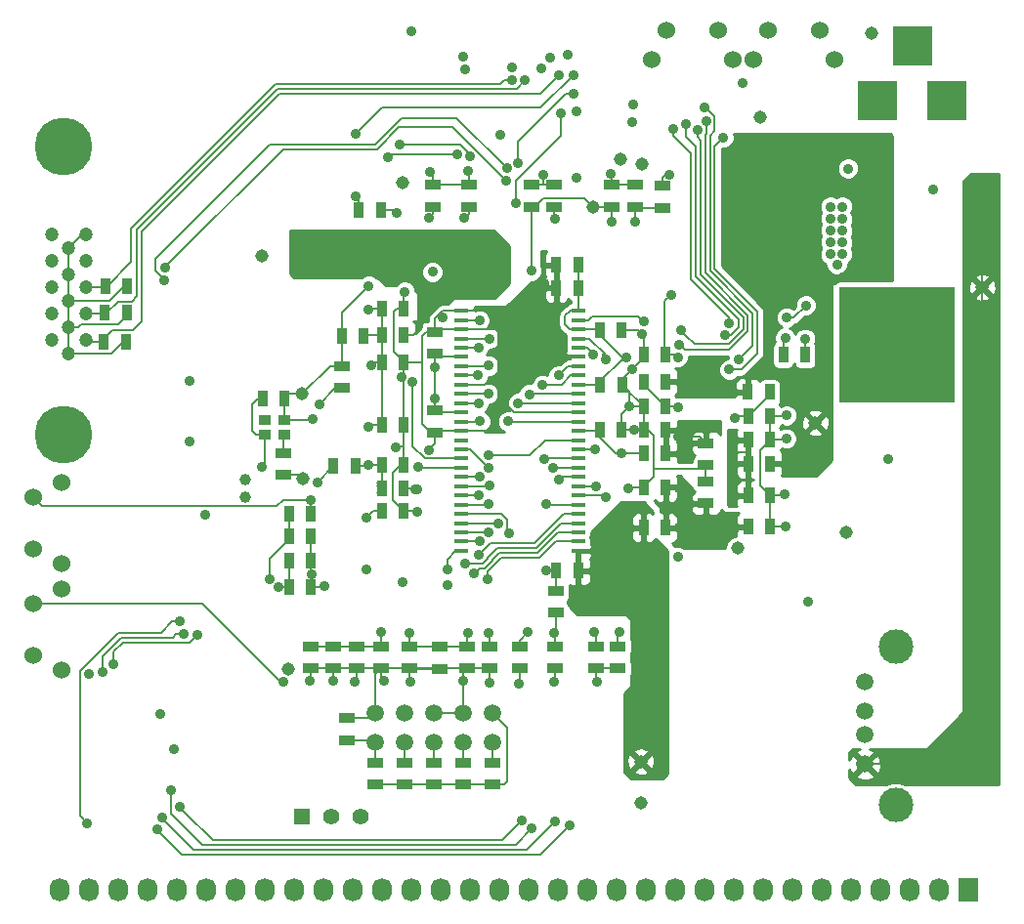
<source format=gbr>
G04 #@! TF.FileFunction,Copper,L4,Bot,Signal*
%FSLAX46Y46*%
G04 Gerber Fmt 4.6, Leading zero omitted, Abs format (unit mm)*
G04 Created by KiCad (PCBNEW 0.201504081001+5582~22~ubuntu14.04.1-product) date jue 23 abr 2015 20:23:44 ART*
%MOMM*%
G01*
G04 APERTURE LIST*
%ADD10C,0.100000*%
%ADD11C,5.001260*%
%ADD12C,1.198880*%
%ADD13R,0.889000X1.397000*%
%ADD14R,1.397000X0.889000*%
%ADD15C,1.501140*%
%ADD16C,2.999740*%
%ADD17R,3.500120X3.500120*%
%ADD18C,1.506220*%
%ADD19C,1.524000*%
%ADD20R,1.100000X0.900000*%
%ADD21R,1.150620X0.457200*%
%ADD22C,1.720000*%
%ADD23R,10.000000X10.000000*%
%ADD24C,1.000760*%
%ADD25C,1.143000*%
%ADD26R,1.397000X1.397000*%
%ADD27C,1.397000*%
%ADD28R,1.727200X2.032000*%
%ADD29O,1.727200X2.032000*%
%ADD30C,0.889000*%
%ADD31C,0.203200*%
%ADD32C,0.177800*%
%ADD33C,0.254000*%
G04 APERTURE END LIST*
D10*
D11*
X38277800Y-53848000D03*
D12*
X40276780Y-41087040D03*
X40276780Y-43373040D03*
X40276780Y-45664120D03*
X40276780Y-38793420D03*
X40276780Y-36504880D03*
X38778180Y-39938960D03*
X38778180Y-42227500D03*
X38778180Y-44518580D03*
X38778180Y-46809660D03*
D11*
X38277800Y-28859480D03*
D12*
X38778180Y-37647880D03*
X37277040Y-45664120D03*
X37277040Y-43373040D03*
X37279580Y-41084500D03*
X37277040Y-38793420D03*
X37277040Y-36504880D03*
D13*
X90487500Y-58420000D03*
X88582500Y-58420000D03*
X90487500Y-53467000D03*
X88582500Y-53467000D03*
X59753500Y-67056000D03*
X57848500Y-67056000D03*
X97663000Y-61849000D03*
X99568000Y-61849000D03*
X65913000Y-42926000D03*
X67818000Y-42926000D03*
X65913000Y-47561500D03*
X67818000Y-47561500D03*
X65913000Y-53022500D03*
X67818000Y-53022500D03*
X65913000Y-60452000D03*
X67818000Y-60452000D03*
D14*
X65849500Y-72199500D03*
X65849500Y-74104500D03*
X75247500Y-72199500D03*
X75247500Y-74104500D03*
X80899000Y-72199500D03*
X80899000Y-74104500D03*
X86360000Y-72199500D03*
X86360000Y-74104500D03*
D13*
X90487500Y-46926500D03*
X88582500Y-46926500D03*
D14*
X85852000Y-34099500D03*
X85852000Y-32194500D03*
X78867000Y-34099500D03*
X78867000Y-32194500D03*
X62455400Y-49827500D03*
X62455400Y-47922500D03*
X73469500Y-34099500D03*
X73469500Y-32194500D03*
D13*
X65824100Y-34417000D03*
X63919100Y-34417000D03*
D14*
X84455000Y-72199500D03*
X84455000Y-74104500D03*
X77851000Y-72199500D03*
X77851000Y-74104500D03*
X63690500Y-72199500D03*
X63690500Y-74104500D03*
X87884000Y-34099500D03*
X87884000Y-32194500D03*
X80835500Y-34099500D03*
X80835500Y-32194500D03*
X70358000Y-34099500D03*
X70358000Y-32194500D03*
X73279000Y-72199500D03*
X73279000Y-74104500D03*
X68326000Y-72199500D03*
X68326000Y-74104500D03*
D13*
X65913000Y-56515000D03*
X67818000Y-56515000D03*
X90487500Y-51435000D03*
X88582500Y-51435000D03*
X97663000Y-52260500D03*
X99568000Y-52260500D03*
X97663000Y-59118500D03*
X99568000Y-59118500D03*
X97663000Y-54292500D03*
X99568000Y-54292500D03*
X57848500Y-64770000D03*
X59753500Y-64770000D03*
X55562500Y-50736500D03*
X57467500Y-50736500D03*
X102577900Y-46931580D03*
X100672900Y-46931580D03*
X84836000Y-49530000D03*
X86741000Y-49530000D03*
X84772500Y-44831000D03*
X86677500Y-44831000D03*
D14*
X70485000Y-46863000D03*
X70485000Y-44958000D03*
D13*
X82931000Y-41148000D03*
X81026000Y-41148000D03*
X82931000Y-65659000D03*
X81026000Y-65659000D03*
D14*
X70485000Y-51752500D03*
X70485000Y-53657500D03*
D13*
X84772500Y-53467000D03*
X86677500Y-53467000D03*
D14*
X93980000Y-54610000D03*
X93980000Y-56515000D03*
X93980000Y-59817000D03*
X93980000Y-57912000D03*
D13*
X64325500Y-45275500D03*
X62420500Y-45275500D03*
D14*
X61722000Y-72199500D03*
X61722000Y-74104500D03*
D13*
X82921500Y-39142500D03*
X81016500Y-39142500D03*
D14*
X80969000Y-69295000D03*
X80969000Y-67390000D03*
X59719000Y-72190000D03*
X59719000Y-74095000D03*
X70869000Y-72240000D03*
X70869000Y-74145000D03*
D13*
X63621500Y-56542500D03*
X61716500Y-56542500D03*
D15*
X107759500Y-75311000D03*
X107759500Y-77851000D03*
X107759500Y-79883000D03*
X107759500Y-82423000D03*
D16*
X110426500Y-72263000D03*
X110426500Y-85979000D03*
D17*
X108861860Y-24892000D03*
X114861340Y-24892000D03*
X111861600Y-20193000D03*
D13*
X67818000Y-45212000D03*
X65913000Y-45212000D03*
X57848500Y-62674500D03*
X59753500Y-62674500D03*
X88582500Y-61912500D03*
X90487500Y-61912500D03*
X88582500Y-55499000D03*
X90487500Y-55499000D03*
D14*
X90194000Y-34170000D03*
X90194000Y-32265000D03*
D13*
X65913000Y-58483500D03*
X67818000Y-58483500D03*
X88582500Y-49276000D03*
X90487500Y-49276000D03*
X99504500Y-50165000D03*
X97599500Y-50165000D03*
X97663000Y-56388000D03*
X99568000Y-56388000D03*
D18*
X75501500Y-77978000D03*
X75501500Y-80518000D03*
X72961500Y-77978000D03*
X72961500Y-80518000D03*
X70421500Y-77978000D03*
X70421500Y-80518000D03*
X67881500Y-77978000D03*
X67881500Y-80518000D03*
X65341500Y-77978000D03*
X65341500Y-80518000D03*
D14*
X57404000Y-57340500D03*
X57404000Y-55435500D03*
X75501500Y-84201000D03*
X75501500Y-82296000D03*
X70421500Y-84201000D03*
X70421500Y-82296000D03*
X65341500Y-84201000D03*
X65341500Y-82296000D03*
X72961500Y-84201000D03*
X72961500Y-82296000D03*
X67881500Y-84201000D03*
X67881500Y-82296000D03*
D13*
X59746500Y-60667500D03*
X57841500Y-60667500D03*
D14*
X62865000Y-78422500D03*
X62865000Y-80327500D03*
D19*
X38176600Y-67234000D03*
X38176600Y-74244000D03*
X35686600Y-68489000D03*
X35686600Y-72989000D03*
X38176600Y-58039200D03*
X38176600Y-65049200D03*
X35686600Y-59294200D03*
X35686600Y-63794200D03*
X105105000Y-21311000D03*
X98095000Y-21311000D03*
X103850000Y-18821000D03*
X99350000Y-18821000D03*
X96278500Y-21311000D03*
X89268500Y-21311000D03*
X95023500Y-18821000D03*
X90523500Y-18821000D03*
D20*
X55728500Y-52563000D03*
X57428500Y-52563000D03*
X57428500Y-53863000D03*
X55728500Y-53863000D03*
D21*
X82931000Y-43116500D03*
X82931000Y-43916600D03*
X82931000Y-44716700D03*
X82931000Y-45516800D03*
X82931000Y-46316900D03*
X82931000Y-47117000D03*
X82931000Y-47917100D03*
X82931000Y-48717200D03*
X82931000Y-49517300D03*
X82931000Y-50317400D03*
X82931000Y-51117500D03*
X82931000Y-51917600D03*
X82931000Y-52717700D03*
X82931000Y-53517800D03*
X82931000Y-54317900D03*
X82931000Y-55118000D03*
X82931000Y-55918100D03*
X82931000Y-56718200D03*
X82931000Y-57518300D03*
X82931000Y-58318400D03*
X82931000Y-59118500D03*
X82931000Y-59918600D03*
X82931000Y-60718700D03*
X82931000Y-61518800D03*
X82931000Y-62318900D03*
X82931000Y-63119000D03*
X82931000Y-63919100D03*
X72771000Y-63919100D03*
X72771000Y-63119000D03*
X72771000Y-62318900D03*
X72771000Y-61518800D03*
X72771000Y-60718700D03*
X72771000Y-59918600D03*
X72771000Y-59118500D03*
X72771000Y-58318400D03*
X72771000Y-57518300D03*
X72771000Y-56718200D03*
X72771000Y-55918100D03*
X72771000Y-55118000D03*
X72771000Y-54317900D03*
X72771000Y-53517800D03*
X72771000Y-52717700D03*
X72771000Y-51917600D03*
X72771000Y-51117500D03*
X72771000Y-50317400D03*
X72771000Y-49517300D03*
X72771000Y-48717200D03*
X72771000Y-47917100D03*
X72771000Y-47117000D03*
X72771000Y-46316900D03*
X72771000Y-45516800D03*
X72771000Y-44716700D03*
X72771000Y-43916600D03*
X72771000Y-43116500D03*
D22*
X114617500Y-42038000D03*
X112585500Y-42038000D03*
X110553500Y-42038000D03*
X108521500Y-42038000D03*
X106489500Y-42038000D03*
X114617500Y-46038000D03*
X112585500Y-46038000D03*
X110553500Y-46038000D03*
X108521500Y-46038000D03*
X106489500Y-46038000D03*
X106489500Y-44038000D03*
X108521500Y-44038000D03*
X110553500Y-44038000D03*
X112585500Y-44038000D03*
X114617500Y-44038000D03*
X114617500Y-48038000D03*
X112585500Y-48038000D03*
X110553500Y-48038000D03*
X108521500Y-48038000D03*
X106489500Y-48038000D03*
X106489500Y-50038000D03*
X108521500Y-50038000D03*
X110553500Y-50038000D03*
X112585500Y-50038000D03*
X114617500Y-50038000D03*
D23*
X110553500Y-46021000D03*
D24*
X54102000Y-59232800D03*
X54102000Y-57734200D03*
D25*
X117929000Y-41077200D03*
X96732700Y-63695900D03*
X59089900Y-57638000D03*
X67716400Y-32029400D03*
X88338000Y-82187100D03*
X84210500Y-34092200D03*
X88414200Y-30434600D03*
X103463700Y-52837400D03*
X108330340Y-19050320D03*
X98679000Y-26314400D03*
X55499000Y-38354000D03*
X88315800Y-85775800D03*
X57810400Y-74168000D03*
X59013700Y-50310100D03*
X86614000Y-29972000D03*
X106105300Y-62349700D03*
D26*
X58953400Y-86995000D03*
D27*
X61493400Y-86995000D03*
X64033400Y-86995000D03*
D13*
X41948100Y-40944800D03*
X43853100Y-40944800D03*
X41897300Y-43307000D03*
X43802300Y-43307000D03*
X41821100Y-45796200D03*
X43726100Y-45796200D03*
D28*
X116713000Y-93345000D03*
D29*
X114173000Y-93345000D03*
X111633000Y-93345000D03*
X109093000Y-93345000D03*
X106553000Y-93345000D03*
X104013000Y-93345000D03*
X101473000Y-93345000D03*
X98933000Y-93345000D03*
X96393000Y-93345000D03*
X93853000Y-93345000D03*
X91313000Y-93345000D03*
X88773000Y-93345000D03*
X86233000Y-93345000D03*
X83693000Y-93345000D03*
X81153000Y-93345000D03*
X78613000Y-93345000D03*
X76073000Y-93345000D03*
X73533000Y-93345000D03*
X70993000Y-93345000D03*
X68453000Y-93345000D03*
X65913000Y-93345000D03*
X63373000Y-93345000D03*
X60833000Y-93345000D03*
X58293000Y-93345000D03*
X55753000Y-93345000D03*
X53213000Y-93345000D03*
X50673000Y-93345000D03*
X48133000Y-93345000D03*
X45593000Y-93345000D03*
X43053000Y-93345000D03*
X40513000Y-93345000D03*
X37973000Y-93345000D03*
D30*
X40522452Y-74634047D03*
X63652323Y-33196653D03*
X77216965Y-22023167D03*
X50596800Y-60805509D03*
X46685200Y-78105000D03*
X49234349Y-49234349D03*
X91567000Y-64452500D03*
X70294500Y-39751000D03*
X82042000Y-20955002D03*
X88450699Y-45143878D03*
X100852439Y-45460714D03*
X71548600Y-65575500D03*
X60319000Y-57992500D03*
X87294000Y-58517500D03*
X87744000Y-53467000D03*
X87569000Y-48192500D03*
X71144000Y-43717500D03*
X100926900Y-54190900D03*
X72961500Y-75176380D03*
X61661040Y-75156060D03*
X59687460Y-75191620D03*
X63563500Y-75244960D03*
X66111120Y-75209400D03*
X68374260Y-75267820D03*
X68991480Y-60523120D03*
X100838000Y-59055000D03*
X64767460Y-40954960D03*
X79946500Y-40703500D03*
X75247500Y-75374500D03*
X87312500Y-51435000D03*
X80137000Y-65659000D03*
X64579500Y-65532000D03*
X71564500Y-66865500D03*
X100965000Y-52197000D03*
X67119500Y-54927500D03*
X67881500Y-41465500D03*
X59880500Y-52463700D03*
X106299000Y-30797500D03*
X113665000Y-32639000D03*
X100881180Y-61849000D03*
X109791500Y-56007000D03*
X67691000Y-66598800D03*
X84582000Y-75247500D03*
X80835500Y-75311000D03*
X77787500Y-75438000D03*
X68453000Y-18923000D03*
X85725000Y-31242000D03*
X87671658Y-25231342D03*
X82785320Y-25853008D03*
X56980948Y-67099125D03*
X73367863Y-30954329D03*
X76181499Y-27852633D03*
X79844599Y-31330599D03*
X70027800Y-31115000D03*
X69974541Y-55165738D03*
X67580769Y-48842671D03*
X73115939Y-22186871D03*
X79755996Y-22085249D03*
X60896500Y-66992500D03*
X59817000Y-65976500D03*
X47904400Y-81127600D03*
X80518000Y-21209000D03*
X70358000Y-42672000D03*
X87820500Y-80899000D03*
X87820500Y-79692500D03*
X88900000Y-80899000D03*
X88900000Y-79756000D03*
X88900000Y-78549500D03*
X87820500Y-78486000D03*
X89027000Y-63563500D03*
X89090500Y-64643000D03*
X89090500Y-65659000D03*
X87249000Y-60515500D03*
X87947500Y-64706500D03*
X87947500Y-63563500D03*
X69659500Y-43561000D03*
X71437500Y-41846500D03*
X71564500Y-40703500D03*
X69786500Y-41656000D03*
X105346500Y-39081000D03*
X105791000Y-38227000D03*
X104775000Y-38227000D03*
X104775000Y-37147500D03*
X105791000Y-35179000D03*
X104775000Y-34099500D03*
X105791000Y-34099500D03*
X104775000Y-36131500D03*
X105791000Y-36195000D03*
X105791000Y-37211000D03*
X70485000Y-48006000D03*
X86677500Y-55499000D03*
X102803300Y-68306000D03*
X104775000Y-35115500D03*
X87122000Y-47180500D03*
X70485000Y-50736500D03*
X87249000Y-61912500D03*
X58496200Y-36576000D03*
X58496200Y-37566600D03*
X58483500Y-38544500D03*
X59404400Y-38544500D03*
X102577860Y-45534580D03*
X97155008Y-23368000D03*
X87630000Y-26797000D03*
X82740500Y-31559500D03*
X56157774Y-66381274D03*
X55499000Y-56616600D03*
X49212480Y-54483000D03*
X60350400Y-36550600D03*
X59410602Y-37566600D03*
X59436004Y-36576000D03*
X60375800Y-37541200D03*
X60404400Y-38544500D03*
X72936118Y-21109564D03*
X108331000Y-37084000D03*
X101777800Y-55608220D03*
X103825040Y-55608220D03*
X107886500Y-35115500D03*
X108833500Y-35052000D03*
X107886500Y-34099500D03*
X108839000Y-36195000D03*
X107886500Y-36131500D03*
X68834000Y-58610500D03*
X68961000Y-58610500D03*
X102892860Y-55608220D03*
X102890320Y-54416960D03*
X90805000Y-31369000D03*
X91630500Y-58483500D03*
X91694000Y-61912500D03*
X96456500Y-61976000D03*
X91567000Y-54038500D03*
X67220646Y-34611223D03*
X91547284Y-47129534D03*
X78844140Y-39662100D03*
X86487000Y-70993000D03*
X80835500Y-71056500D03*
X75184000Y-71056500D03*
X65849500Y-70993000D03*
X85852000Y-35369500D03*
X64770000Y-42989500D03*
X64706500Y-53149500D03*
X90995500Y-41719500D03*
X64579500Y-61023500D03*
X78536800Y-70993000D03*
X72999600Y-35077400D03*
X64957299Y-47803449D03*
X84264500Y-70993000D03*
X73342500Y-71056500D03*
X68326000Y-71056500D03*
X87884000Y-35433000D03*
X60474200Y-51237200D03*
X80899000Y-35179000D03*
X69951600Y-35077400D03*
X64770000Y-56515000D03*
X91567000Y-51498500D03*
X96456500Y-52451000D03*
X96266000Y-58928000D03*
X96329500Y-55562500D03*
X81216500Y-48704500D03*
X79819500Y-49530000D03*
X78676500Y-50355500D03*
X77724000Y-51117500D03*
X76835000Y-52705000D03*
X74422000Y-52705000D03*
X74295000Y-51117500D03*
X75120500Y-50292000D03*
X74231500Y-48704500D03*
X75184000Y-47879000D03*
X74295000Y-46291500D03*
X75247500Y-45529500D03*
X74358500Y-43942000D03*
X59744000Y-59492500D03*
X57391482Y-75312983D03*
X88571913Y-44058413D03*
X85283073Y-47320753D03*
X84200994Y-46926500D03*
X74295000Y-64262000D03*
X73152000Y-65024000D03*
X73914000Y-65913000D03*
X75057000Y-66357500D03*
X74358500Y-63119000D03*
X75120500Y-62293500D03*
X76009500Y-61595000D03*
X76898500Y-62420500D03*
X75184000Y-59880500D03*
X74295000Y-59118500D03*
X80137000Y-59880500D03*
X75247500Y-58293000D03*
X74358500Y-57531000D03*
X84455000Y-58356500D03*
X85280500Y-59309000D03*
X102654476Y-42634090D03*
X100965000Y-43688000D03*
X81280000Y-57785000D03*
X80772000Y-56705500D03*
X79946500Y-55943500D03*
X69024500Y-56642000D03*
X75120500Y-55626000D03*
X75184000Y-56769000D03*
X84391500Y-55118000D03*
X68582814Y-49277220D03*
X46844388Y-87071111D03*
X80924400Y-87376000D03*
X47593708Y-84639623D03*
X78912115Y-88001133D03*
X48374320Y-86131400D03*
X78054200Y-87325200D03*
X42646600Y-73766877D03*
X49936400Y-71196200D03*
X48717200Y-71107280D03*
X41679531Y-74411668D03*
X46439856Y-88085646D03*
X82169000Y-87731600D03*
X48374270Y-70030282D03*
X40386000Y-87528400D03*
X117919500Y-38989000D03*
X117919500Y-32067500D03*
X117919500Y-36512500D03*
X117919500Y-34226500D03*
X47049753Y-40436776D03*
X76727171Y-30763403D03*
X47091600Y-39344600D03*
X76695340Y-31855151D03*
X67462400Y-28702000D03*
X73508217Y-29727705D03*
X66433315Y-29806392D03*
X72428112Y-29565600D03*
X95634664Y-45220937D03*
X92256992Y-26936729D03*
X91821148Y-44818363D03*
X93225900Y-27440855D03*
X96012007Y-44195979D03*
X91186000Y-27343140D03*
X91694000Y-46037500D03*
X93993037Y-26663406D03*
X96833438Y-47311562D03*
X93881345Y-25511662D03*
X96012000Y-48209190D03*
X95491648Y-28096887D03*
X81407000Y-25971502D03*
X77508160Y-33781994D03*
X82475298Y-24340800D03*
X77724000Y-30273041D03*
X77156028Y-23113678D03*
X78308200Y-23139400D03*
X81280000Y-22669500D03*
X63660676Y-27745076D03*
X82524600Y-22656800D03*
D31*
X40276780Y-36504880D02*
X39921180Y-36504880D01*
X39921180Y-36504880D02*
X38778180Y-37647880D01*
X38778180Y-37647880D02*
X38778180Y-39938960D01*
X38778180Y-39938960D02*
X38778180Y-42227500D01*
X63919100Y-33463430D02*
X63652323Y-33196653D01*
X63919100Y-34417000D02*
X63919100Y-33463430D01*
X38778180Y-44518580D02*
X38778180Y-43670844D01*
X38778180Y-43670844D02*
X38778180Y-42227500D01*
X38778180Y-46809660D02*
X38778180Y-44518580D01*
X43726100Y-45796200D02*
X43512742Y-45796200D01*
X43512742Y-45796200D02*
X42499282Y-46809660D01*
X42499282Y-46809660D02*
X39625916Y-46809660D01*
X39625916Y-46809660D02*
X38778180Y-46809660D01*
X43802300Y-43307000D02*
X43802300Y-43561000D01*
X43802300Y-43561000D02*
X43052999Y-44310301D01*
X43052999Y-44310301D02*
X39834195Y-44310301D01*
X39834195Y-44310301D02*
X39625916Y-44518580D01*
X39625916Y-44518580D02*
X38778180Y-44518580D01*
X43853100Y-40944800D02*
X43535600Y-40944800D01*
X43535600Y-40944800D02*
X42252900Y-42227500D01*
X42252900Y-42227500D02*
X39625916Y-42227500D01*
X39625916Y-42227500D02*
X38778180Y-42227500D01*
X50596800Y-60805509D02*
X50596800Y-60680600D01*
X88582500Y-46926500D02*
X88582500Y-45275679D01*
X86677500Y-44831000D02*
X88137821Y-44831000D01*
X88137821Y-44831000D02*
X88450699Y-45143878D01*
X88582500Y-45275679D02*
X88450699Y-45143878D01*
X100672900Y-45640253D02*
X100852439Y-45460714D01*
X100672900Y-46931580D02*
X100672900Y-45640253D01*
X72771000Y-63919100D02*
X72303300Y-63919100D01*
X72303300Y-63919100D02*
X71548600Y-64673800D01*
X71548600Y-64673800D02*
X71548600Y-65575500D01*
X61716500Y-56542500D02*
X61716500Y-56595000D01*
X61716500Y-56595000D02*
X60319000Y-57992500D01*
X88582500Y-58420000D02*
X87391500Y-58420000D01*
X87391500Y-58420000D02*
X87294000Y-58517500D01*
X86677500Y-53467000D02*
X86677500Y-52070000D01*
X86677500Y-52070000D02*
X87312500Y-51435000D01*
X87312500Y-51435000D02*
X88582500Y-51435000D01*
X87312500Y-51435000D02*
X87312500Y-50101500D01*
X87312500Y-50101500D02*
X86741000Y-49530000D01*
X88582500Y-46926500D02*
X88582500Y-47179000D01*
X88582500Y-47179000D02*
X87569000Y-48192500D01*
X86741000Y-49020500D02*
X87569000Y-48192500D01*
X86741000Y-49530000D02*
X86741000Y-49020500D01*
X70750750Y-43549250D02*
X70975750Y-43549250D01*
X70975750Y-43549250D02*
X71144000Y-43717500D01*
X99568000Y-54292500D02*
X100825300Y-54292500D01*
X100825300Y-54292500D02*
X100926900Y-54190900D01*
X61722000Y-74104500D02*
X61722000Y-75095100D01*
X61722000Y-75095100D02*
X61661040Y-75156060D01*
X59719000Y-74095000D02*
X59719000Y-75160080D01*
X59719000Y-75160080D02*
X59687460Y-75191620D01*
X63690500Y-74104500D02*
X63690500Y-75117960D01*
X63690500Y-75117960D02*
X63563500Y-75244960D01*
X65849500Y-74104500D02*
X65849500Y-74947780D01*
X65849500Y-74947780D02*
X66111120Y-75209400D01*
X68326000Y-74104500D02*
X68326000Y-75219560D01*
X68326000Y-75219560D02*
X68374260Y-75267820D01*
X67818000Y-60452000D02*
X68920360Y-60452000D01*
X68920360Y-60452000D02*
X68991480Y-60523120D01*
X81016500Y-39142500D02*
X81016500Y-41138500D01*
X81016500Y-41138500D02*
X81026000Y-41148000D01*
X70869000Y-74145000D02*
X68366500Y-74145000D01*
X68366500Y-74145000D02*
X68326000Y-74104500D01*
X61722000Y-74104500D02*
X59728500Y-74104500D01*
X59728500Y-74104500D02*
X59719000Y-74095000D01*
X80969000Y-67390000D02*
X80969000Y-65716000D01*
X80969000Y-65716000D02*
X81026000Y-65659000D01*
X67818000Y-47561500D02*
X67818000Y-48788320D01*
X67818000Y-48788320D02*
X67818000Y-53022500D01*
X61722000Y-74104500D02*
X63690500Y-74104500D01*
X64767460Y-40954960D02*
X62420500Y-43301920D01*
X62420500Y-43301920D02*
X62420500Y-45275500D01*
X99568000Y-59118500D02*
X98679000Y-58229500D01*
X98679000Y-55181500D02*
X99568000Y-54292500D01*
X98679000Y-58229500D02*
X98679000Y-55181500D01*
X99568000Y-59118500D02*
X99568000Y-61849000D01*
X89471500Y-56832500D02*
X93662500Y-56832500D01*
X93662500Y-56832500D02*
X93980000Y-56515000D01*
X93980000Y-56515000D02*
X93980000Y-57912000D01*
X73469500Y-32194500D02*
X70358000Y-32194500D01*
X67818000Y-56515000D02*
X67500500Y-56515000D01*
X67500500Y-56515000D02*
X66865500Y-57150000D01*
X66865500Y-59499500D02*
X67818000Y-60452000D01*
X66865500Y-57150000D02*
X66865500Y-59499500D01*
X67818000Y-60452000D02*
X68008500Y-60452000D01*
X67818000Y-56515000D02*
X67818000Y-56642000D01*
X99568000Y-61849000D02*
X100881180Y-61849000D01*
X99568000Y-59118500D02*
X100774500Y-59118500D01*
X100774500Y-59118500D02*
X100838000Y-59055000D01*
X64767460Y-40954960D02*
X64770000Y-40957500D01*
X75247500Y-75374500D02*
X75247500Y-74104500D01*
X75247500Y-74104500D02*
X73279000Y-74104500D01*
X86360000Y-74104500D02*
X84455000Y-74104500D01*
X65849500Y-74104500D02*
X63690500Y-74104500D01*
X68326000Y-74104500D02*
X65849500Y-74104500D01*
X80835500Y-32194500D02*
X79819500Y-32194500D01*
X79819500Y-32194500D02*
X78867000Y-32194500D01*
X67818000Y-42926000D02*
X67183000Y-42926000D01*
X66929000Y-46672500D02*
X67818000Y-47561500D01*
X67183000Y-42926000D02*
X66929000Y-43180000D01*
X67818000Y-56515000D02*
X67691000Y-56515000D01*
X67818000Y-54864000D02*
X67818000Y-56515000D01*
X67818000Y-53022500D02*
X67818000Y-54864000D01*
X79946500Y-40703500D02*
X79946500Y-40703500D01*
X86677500Y-53467000D02*
X87744000Y-53467000D01*
X87744000Y-53467000D02*
X88582500Y-53467000D01*
X86741000Y-49530000D02*
X86741000Y-49593500D01*
X86741000Y-49593500D02*
X88582500Y-51435000D01*
X86677500Y-49466500D02*
X86741000Y-49530000D01*
X88582500Y-51435000D02*
X88582500Y-53467000D01*
X70624700Y-53517800D02*
X70485000Y-53657500D01*
X71755000Y-53517800D02*
X70624700Y-53517800D01*
X72771000Y-53517800D02*
X71755000Y-53517800D01*
X70726300Y-44716700D02*
X70485000Y-44958000D01*
X72771000Y-44716700D02*
X70726300Y-44716700D01*
X80010000Y-47117000D02*
X79946500Y-47180500D01*
X82931000Y-47117000D02*
X80010000Y-47117000D01*
X79946500Y-47180500D02*
X76708000Y-50419000D01*
X76708000Y-50419000D02*
X76708000Y-50800000D01*
X76708000Y-50800000D02*
X76708000Y-51244500D01*
X76708000Y-51244500D02*
X77381100Y-51917600D01*
X77381100Y-51917600D02*
X82931000Y-51917600D01*
X76009500Y-49085500D02*
X76009500Y-50800000D01*
X76009500Y-44513500D02*
X76009500Y-49085500D01*
X76009500Y-52832000D02*
X75323700Y-53517800D01*
X76009500Y-50800000D02*
X76009500Y-52832000D01*
X75323700Y-53517800D02*
X72771000Y-53517800D01*
X76009500Y-43688000D02*
X76009500Y-44513500D01*
X75438000Y-43116500D02*
X76009500Y-43688000D01*
X72771000Y-43116500D02*
X75438000Y-43116500D01*
X74815700Y-49517300D02*
X75247500Y-49085500D01*
X75247500Y-49085500D02*
X76009500Y-49085500D01*
X72771000Y-49517300D02*
X74815700Y-49517300D01*
X71183500Y-43116500D02*
X70750750Y-43549250D01*
X70750750Y-43549250D02*
X70485000Y-43815000D01*
X70485000Y-43815000D02*
X70485000Y-44958000D01*
X72771000Y-43116500D02*
X71183500Y-43116500D01*
X75806300Y-44716700D02*
X76009500Y-44513500D01*
X72771000Y-44716700D02*
X75806300Y-44716700D01*
X76708000Y-50800000D02*
X76009500Y-50800000D01*
X71755000Y-53530500D02*
X71755000Y-53517800D01*
X71755000Y-53517800D02*
X71755000Y-53530500D01*
X89471500Y-53975000D02*
X89471500Y-56832500D01*
X89471500Y-56832500D02*
X89471500Y-57531000D01*
X89471500Y-57531000D02*
X88582500Y-58420000D01*
X88963500Y-53467000D02*
X89471500Y-53975000D01*
X88582500Y-53467000D02*
X88963500Y-53467000D01*
X99568000Y-59118500D02*
X99568000Y-58674000D01*
X99568000Y-54292500D02*
X99568000Y-52260500D01*
X80137000Y-65659000D02*
X81026000Y-65659000D01*
X69367402Y-45339000D02*
X69748402Y-44958000D01*
X69748402Y-44958000D02*
X70485000Y-44958000D01*
X70129402Y-53657500D02*
X69367402Y-52895500D01*
X70485000Y-53657500D02*
X70129402Y-53657500D01*
X100901500Y-52260500D02*
X100965000Y-52197000D01*
X99568000Y-52260500D02*
X100901500Y-52260500D01*
X80391000Y-41148000D02*
X79946500Y-40703500D01*
X81026000Y-41148000D02*
X80391000Y-41148000D01*
X67183000Y-54864000D02*
X67119500Y-54927500D01*
X67818000Y-54864000D02*
X67183000Y-54864000D01*
X67818000Y-41529000D02*
X67881500Y-41465500D01*
X67818000Y-42926000D02*
X67818000Y-41529000D01*
X65341500Y-74612500D02*
X65849500Y-74104500D01*
X65341500Y-77978000D02*
X65341500Y-74612500D01*
X68326000Y-74104500D02*
X73279000Y-74104500D01*
X70421500Y-77978000D02*
X72961500Y-77978000D01*
X72961500Y-74422000D02*
X73279000Y-74104500D01*
X72961500Y-77978000D02*
X72961500Y-75176380D01*
X72961500Y-75176380D02*
X72961500Y-74422000D01*
X57848500Y-67056000D02*
X57848500Y-64770000D01*
X59880500Y-52463700D02*
X59880500Y-52451000D01*
X57467500Y-52524000D02*
X57428500Y-52563000D01*
X57467500Y-50736500D02*
X57467500Y-52524000D01*
X59781200Y-52563000D02*
X59880500Y-52463700D01*
X57428500Y-52563000D02*
X59781200Y-52563000D01*
X64897000Y-78422500D02*
X65341500Y-77978000D01*
X62865000Y-78422500D02*
X64897000Y-78422500D01*
X61401300Y-47922500D02*
X59013700Y-50310100D01*
X62455400Y-47922500D02*
X61401300Y-47922500D01*
X62455400Y-45310400D02*
X62420500Y-45275500D01*
X62455400Y-47922500D02*
X62455400Y-45310400D01*
X57893900Y-50310100D02*
X57467500Y-50736500D01*
X59013700Y-50310100D02*
X57893900Y-50310100D01*
X85852000Y-32194500D02*
X87884000Y-32194500D01*
X67691000Y-66598800D02*
X67640200Y-66598800D01*
X84455000Y-75120500D02*
X84455000Y-74104500D01*
X84455000Y-75120500D02*
X84582000Y-75247500D01*
X80899000Y-74104500D02*
X80899000Y-75247500D01*
X80899000Y-75247500D02*
X80835500Y-75311000D01*
X77851000Y-75374500D02*
X77851000Y-74104500D01*
X77851000Y-75374500D02*
X77787500Y-75438000D01*
X85852000Y-32194500D02*
X85852000Y-31369000D01*
X85852000Y-31369000D02*
X85725000Y-31242000D01*
X57848500Y-67056000D02*
X57024073Y-67056000D01*
X57024073Y-67056000D02*
X56980948Y-67099125D01*
X73469500Y-31055966D02*
X73367863Y-30954329D01*
X73469500Y-32194500D02*
X73469500Y-31055966D01*
X79844599Y-32169401D02*
X79844599Y-31959216D01*
X79819500Y-32194500D02*
X79844599Y-32169401D01*
X79844599Y-31959216D02*
X79844599Y-31330599D01*
X70317360Y-30982920D02*
X70185280Y-31115000D01*
X70317360Y-30982920D02*
X70159880Y-30982920D01*
X70159880Y-30982920D02*
X70027800Y-31115000D01*
X70185280Y-31115000D02*
X70027800Y-31115000D01*
X70358000Y-32194500D02*
X70358000Y-31445200D01*
X70358000Y-31445200D02*
X70027800Y-31115000D01*
X67818000Y-48788320D02*
X67635120Y-48788320D01*
X67635120Y-48788320D02*
X67580769Y-48842671D01*
X70485000Y-53657500D02*
X70485000Y-54655279D01*
X70485000Y-54655279D02*
X70419040Y-54721239D01*
X70419040Y-54721239D02*
X69974541Y-55165738D01*
X66929000Y-43180000D02*
X66929000Y-46672500D01*
X69243721Y-47561500D02*
X67818000Y-47561500D01*
X69367402Y-47685181D02*
X69243721Y-47561500D01*
X69367402Y-52895500D02*
X69367402Y-47685181D01*
X69367402Y-47685181D02*
X69367402Y-45339000D01*
X59753500Y-65976500D02*
X59753500Y-67056000D01*
X59753500Y-64770000D02*
X59753500Y-65976500D01*
X59753500Y-63500000D02*
X59753500Y-64770000D01*
X59753500Y-62674500D02*
X59753500Y-63500000D01*
X60896500Y-66992500D02*
X60833000Y-67056000D01*
X60833000Y-67056000D02*
X59753500Y-67056000D01*
X59817000Y-65976500D02*
X59753500Y-65976500D01*
X59753500Y-65976500D02*
X59817000Y-65976500D01*
X59817000Y-65976500D02*
X59753500Y-65976500D01*
X63104400Y-39505000D02*
X63104400Y-38905000D01*
X62004400Y-39505000D02*
X60904400Y-39505000D01*
X58610500Y-39497000D02*
X59896400Y-39497000D01*
X58483500Y-38544500D02*
X58483500Y-39370000D01*
X58483500Y-39370000D02*
X58610500Y-39497000D01*
X59896400Y-39497000D02*
X59904400Y-39505000D01*
X60904400Y-39505000D02*
X59904400Y-39505000D01*
X63104400Y-39505000D02*
X62004400Y-39505000D01*
X63104400Y-38905000D02*
X63464900Y-38544500D01*
X58504400Y-38405000D02*
X58504400Y-38544500D01*
X58504400Y-38544500D02*
X58483500Y-38544500D01*
X70358000Y-42672000D02*
X70358000Y-42227500D01*
X65087500Y-38544500D02*
X62504400Y-38544500D01*
X62504400Y-38544500D02*
X61404400Y-38544500D01*
X61404400Y-38544500D02*
X60404400Y-38544500D01*
X60404400Y-38544500D02*
X59404400Y-38544500D01*
X66865500Y-40322500D02*
X65087500Y-38544500D01*
X66929000Y-40322500D02*
X66865500Y-40322500D01*
X68453000Y-40322500D02*
X66929000Y-40322500D01*
X70358000Y-42227500D02*
X68453000Y-40322500D01*
X57841500Y-60667500D02*
X57841500Y-62667500D01*
X57841500Y-62667500D02*
X57848500Y-62674500D01*
X82921500Y-39142500D02*
X82921500Y-41138500D01*
X82921500Y-41138500D02*
X82931000Y-41148000D01*
X57848500Y-62674500D02*
X57848500Y-61976000D01*
X88900000Y-80899000D02*
X87820500Y-80899000D01*
X87820500Y-80899000D02*
X87820500Y-79692500D01*
X87820500Y-79692500D02*
X88836500Y-79692500D01*
X88836500Y-79692500D02*
X88900000Y-79756000D01*
X87820500Y-78486000D02*
X88836500Y-78486000D01*
X88836500Y-78486000D02*
X88900000Y-78549500D01*
X87947500Y-78359000D02*
X87820500Y-78486000D01*
X87947500Y-78359000D02*
X87947500Y-65659000D01*
X87820500Y-79692500D02*
X87820500Y-78486000D01*
X87947500Y-63563500D02*
X89027000Y-63563500D01*
X87947500Y-64706500D02*
X89027000Y-64706500D01*
X89027000Y-64706500D02*
X89090500Y-64643000D01*
X87947500Y-65659000D02*
X89090500Y-65659000D01*
X87249000Y-61912500D02*
X87249000Y-60515500D01*
X88582500Y-61912500D02*
X87249000Y-61912500D01*
X87947500Y-63563500D02*
X87947500Y-64706500D01*
X87947500Y-64706500D02*
X87947500Y-65659000D01*
X87249000Y-61912500D02*
X87249000Y-62865000D01*
X87249000Y-62865000D02*
X87947500Y-63563500D01*
X82931000Y-65659000D02*
X87947500Y-65659000D01*
X82931000Y-63919100D02*
X82931000Y-65659000D01*
X69564250Y-43656250D02*
X69659500Y-43561000D01*
X71437500Y-41846500D02*
X71437500Y-40830500D01*
X71437500Y-40830500D02*
X71564500Y-40703500D01*
X71437500Y-41846500D02*
X69977000Y-41846500D01*
X70612000Y-42672000D02*
X71437500Y-41846500D01*
X70358000Y-42672000D02*
X70612000Y-42672000D01*
X69977000Y-41846500D02*
X69786500Y-41656000D01*
X70358000Y-42862500D02*
X70358000Y-42672000D01*
X70358000Y-42862500D02*
X69564250Y-43656250D01*
X82931000Y-43116500D02*
X82232500Y-43116500D01*
X82181700Y-44716700D02*
X82931000Y-44716700D01*
X81788000Y-44323000D02*
X82181700Y-44716700D01*
X81788000Y-43561000D02*
X81788000Y-44323000D01*
X82232500Y-43116500D02*
X81788000Y-43561000D01*
X84658200Y-44716700D02*
X84772500Y-44831000D01*
X82931000Y-44716700D02*
X84658200Y-44716700D01*
X82943700Y-49530000D02*
X82931000Y-49517300D01*
X84836000Y-49530000D02*
X82943700Y-49530000D01*
X84721700Y-53517800D02*
X84772500Y-53467000D01*
X82931000Y-53517800D02*
X84721700Y-53517800D01*
X70650100Y-51917600D02*
X70485000Y-51752500D01*
X72771000Y-51917600D02*
X70650100Y-51917600D01*
X70739000Y-47117000D02*
X70485000Y-46863000D01*
X72771000Y-47117000D02*
X70739000Y-47117000D01*
X70485000Y-51752500D02*
X70485000Y-50736500D01*
X84836000Y-53403500D02*
X84772500Y-53467000D01*
X86677500Y-55499000D02*
X88582500Y-55499000D01*
X86169500Y-55499000D02*
X86677500Y-55499000D01*
X84772500Y-54102000D02*
X86169500Y-55499000D01*
X84772500Y-53467000D02*
X84772500Y-54102000D01*
X88582500Y-55499000D02*
X88582500Y-55689500D01*
X88582500Y-61912500D02*
X88582500Y-62484000D01*
X70485000Y-50736500D02*
X70485000Y-48006000D01*
X70485000Y-48006000D02*
X70485000Y-46863000D01*
X82931000Y-41148000D02*
X82931000Y-43116500D01*
X84836000Y-49530000D02*
X84836000Y-49911000D01*
X65341500Y-84201000D02*
X67881500Y-84201000D01*
X67881500Y-84201000D02*
X70421500Y-84201000D01*
X70421500Y-84201000D02*
X72961500Y-84201000D01*
X72961500Y-84201000D02*
X75501500Y-84201000D01*
X76517500Y-84201000D02*
X76771500Y-83947000D01*
X76771500Y-83947000D02*
X76771500Y-79248000D01*
X76771500Y-79248000D02*
X75501500Y-77978000D01*
X75501500Y-84201000D02*
X76517500Y-84201000D01*
X55006000Y-53863000D02*
X55728500Y-53863000D01*
X54673500Y-53530500D02*
X55006000Y-53863000D01*
X54673500Y-51244500D02*
X54673500Y-53530500D01*
X55181500Y-50736500D02*
X54673500Y-51244500D01*
X55562500Y-50736500D02*
X55181500Y-50736500D01*
X86741000Y-47244000D02*
X87058500Y-47244000D01*
X87058500Y-47244000D02*
X87122000Y-47180500D01*
X58483500Y-37579300D02*
X58483500Y-38544500D01*
X58483500Y-37579300D02*
X58496200Y-37566600D01*
X58496200Y-36576000D02*
X58496200Y-37566600D01*
X59404400Y-38544500D02*
X58483500Y-38544500D01*
X102577900Y-46931580D02*
X102577900Y-45534620D01*
X102577900Y-45534620D02*
X102577860Y-45534580D01*
X86741000Y-47180500D02*
X86741000Y-47244000D01*
X84772500Y-45212000D02*
X86741000Y-47180500D01*
X84772500Y-44831000D02*
X84772500Y-45212000D01*
X84836000Y-49212500D02*
X84836000Y-49530000D01*
X86741000Y-47307500D02*
X84836000Y-49212500D01*
X86741000Y-47244000D02*
X86741000Y-47307500D01*
X56157774Y-64619226D02*
X56157774Y-65752657D01*
X57848500Y-62674500D02*
X57848500Y-62928500D01*
X57848500Y-62928500D02*
X56157774Y-64619226D01*
X56157774Y-65752657D02*
X56157774Y-66381274D01*
X55728500Y-56387100D02*
X55499000Y-56616600D01*
X55728500Y-53863000D02*
X55728500Y-56387100D01*
X68656200Y-45212000D02*
X67818000Y-45212000D01*
X69113400Y-44754800D02*
X68656200Y-45212000D01*
X69113400Y-44107100D02*
X69113400Y-44754800D01*
X69564250Y-43656250D02*
X69113400Y-44107100D01*
X59404400Y-38544500D02*
X59404400Y-37572802D01*
X59404400Y-37572802D02*
X59410602Y-37566600D01*
X58496200Y-36576000D02*
X59436004Y-36576000D01*
X60350400Y-36550600D02*
X60350400Y-37515800D01*
X60350400Y-37515800D02*
X60375800Y-37541200D01*
X59372500Y-38544500D02*
X59931301Y-37985699D01*
X58483500Y-38544500D02*
X59372500Y-38544500D01*
X59931301Y-37985699D02*
X60375800Y-37541200D01*
X60375800Y-38515900D02*
X60404400Y-38544500D01*
X60375800Y-37541200D02*
X60375800Y-38515900D01*
X108331000Y-37084000D02*
X108331000Y-39209980D01*
X104457500Y-48859440D02*
X102890320Y-50426620D01*
X104457500Y-41069260D02*
X104457500Y-48859440D01*
X105684320Y-39842440D02*
X104457500Y-41069260D01*
X107698540Y-39842440D02*
X105684320Y-39842440D01*
X108331000Y-39209980D02*
X107698540Y-39842440D01*
X97599500Y-50165000D02*
X97599500Y-49344580D01*
X97599500Y-49344580D02*
X97955100Y-48988980D01*
X97955100Y-48988980D02*
X101556820Y-48988980D01*
X101556820Y-48988980D02*
X102890320Y-50322480D01*
X102890320Y-50322480D02*
X102890320Y-50426620D01*
X102113080Y-56388000D02*
X99568000Y-56388000D01*
X102113080Y-56388000D02*
X102892860Y-55608220D01*
X101777800Y-55608220D02*
X102892860Y-55608220D01*
X102892860Y-55608220D02*
X103825040Y-55608220D01*
X97599500Y-50165000D02*
X94424500Y-50165000D01*
X93535500Y-49276000D02*
X90487500Y-49276000D01*
X94424500Y-50165000D02*
X93535500Y-49276000D01*
X97599500Y-50165000D02*
X97599500Y-50228500D01*
X97472500Y-50292000D02*
X97599500Y-50165000D01*
X97282000Y-50482500D02*
X97599500Y-50165000D01*
X97409000Y-49974500D02*
X97599500Y-50165000D01*
X90614500Y-49466500D02*
X90487500Y-49276000D01*
X90487500Y-49339500D02*
X90614500Y-49466500D01*
X90487500Y-49276000D02*
X90487500Y-49339500D01*
X90551000Y-49466500D02*
X90487500Y-49276000D01*
X90487500Y-49403000D02*
X90551000Y-49466500D01*
X90487500Y-49276000D02*
X90487500Y-49403000D01*
X90582750Y-49371250D02*
X90487500Y-49276000D01*
X68707000Y-58483500D02*
X67818000Y-58483500D01*
X68834000Y-58610500D02*
X68707000Y-58483500D01*
X102892860Y-54419500D02*
X102892860Y-55608220D01*
X102892860Y-54419500D02*
X102890320Y-54416960D01*
X90194000Y-32265000D02*
X90194000Y-31617300D01*
X90194000Y-31617300D02*
X90442300Y-31369000D01*
X90442300Y-31369000D02*
X90805000Y-31369000D01*
X93980000Y-59817000D02*
X92964000Y-59817000D01*
X92964000Y-59817000D02*
X91630500Y-58483500D01*
X91630500Y-58483500D02*
X91567000Y-58420000D01*
X91567000Y-58420000D02*
X90487500Y-58420000D01*
X91694000Y-61912500D02*
X90487500Y-61912500D01*
X90487500Y-58420000D02*
X90487500Y-61912500D01*
X96583500Y-61849000D02*
X96456500Y-61976000D01*
X97663000Y-61849000D02*
X96583500Y-61849000D01*
X91567000Y-54038500D02*
X93408500Y-54038500D01*
X93408500Y-54038500D02*
X93980000Y-54610000D01*
X90487500Y-53467000D02*
X90487500Y-55499000D01*
X90995500Y-53467000D02*
X90487500Y-53467000D01*
X91567000Y-54038500D02*
X90995500Y-53467000D01*
X67026423Y-34417000D02*
X67220646Y-34611223D01*
X65824100Y-34417000D02*
X67026423Y-34417000D01*
X91344250Y-46926500D02*
X91547284Y-47129534D01*
X90487500Y-46926500D02*
X91344250Y-46926500D01*
X83468499Y-33350199D02*
X83639001Y-33520701D01*
X79870301Y-33350199D02*
X83468499Y-33350199D01*
X79121000Y-34099500D02*
X79870301Y-33350199D01*
X78867000Y-34099500D02*
X79121000Y-34099500D01*
X83639001Y-33520701D02*
X84210500Y-34092200D01*
X78867000Y-39639240D02*
X78867000Y-34099500D01*
X78844140Y-39662100D02*
X78867000Y-39639240D01*
X59719000Y-72190000D02*
X61712500Y-72190000D01*
X61712500Y-72190000D02*
X61722000Y-72199500D01*
X80969000Y-69295000D02*
X80969000Y-70923000D01*
X80969000Y-70923000D02*
X80835500Y-71056500D01*
X65913000Y-47561500D02*
X65913000Y-53022500D01*
X63690500Y-72199500D02*
X61722000Y-72199500D01*
X64325500Y-45275500D02*
X64389000Y-45212000D01*
X64389000Y-45212000D02*
X65913000Y-45212000D01*
X86360000Y-71120000D02*
X86360000Y-72199500D01*
X86487000Y-70993000D02*
X86360000Y-71120000D01*
X80899000Y-71120000D02*
X80899000Y-72199500D01*
X80835500Y-71056500D02*
X80899000Y-71120000D01*
X75247500Y-71120000D02*
X75247500Y-72199500D01*
X75184000Y-71056500D02*
X75247500Y-71120000D01*
X65849500Y-72199500D02*
X63690500Y-72199500D01*
X65849500Y-70993000D02*
X65849500Y-72199500D01*
X85852000Y-35369500D02*
X85852000Y-34099500D01*
X64833500Y-42926000D02*
X65913000Y-42926000D01*
X64770000Y-42989500D02*
X64833500Y-42926000D01*
X65913000Y-45212000D02*
X65913000Y-42926000D01*
X65913000Y-45212000D02*
X65913000Y-47561500D01*
X65913000Y-47561500D02*
X66040000Y-47561500D01*
X64833500Y-53022500D02*
X65913000Y-53022500D01*
X64706500Y-53149500D02*
X64833500Y-53022500D01*
X64579500Y-61023500D02*
X65151000Y-60452000D01*
X65151000Y-60452000D02*
X65913000Y-60452000D01*
X85844700Y-34092200D02*
X85852000Y-34099500D01*
X84210500Y-34092200D02*
X85844700Y-34092200D01*
X78536800Y-70993000D02*
X77851000Y-71678800D01*
X77851000Y-71678800D02*
X77851000Y-72199500D01*
X90424000Y-46863000D02*
X90487500Y-46926500D01*
X90424000Y-42291000D02*
X90424000Y-46863000D01*
X90995500Y-41719500D02*
X90424000Y-42291000D01*
X73469500Y-34099500D02*
X73469500Y-34747200D01*
X73139300Y-35077400D02*
X72999600Y-35077400D01*
X73469500Y-34747200D02*
X73139300Y-35077400D01*
X65199248Y-47561500D02*
X64957299Y-47803449D01*
X65913000Y-47561500D02*
X65199248Y-47561500D01*
X90194000Y-34170000D02*
X87954500Y-34170000D01*
X87954500Y-34170000D02*
X87884000Y-34099500D01*
X70869000Y-72240000D02*
X68366500Y-72240000D01*
X68366500Y-72240000D02*
X68326000Y-72199500D01*
X73279000Y-72199500D02*
X70909500Y-72199500D01*
X70909500Y-72199500D02*
X70869000Y-72240000D01*
X84455000Y-71183500D02*
X84455000Y-72199500D01*
X84264500Y-70993000D02*
X84455000Y-71183500D01*
X73279000Y-71120000D02*
X73279000Y-72199500D01*
X73342500Y-71056500D02*
X73279000Y-71120000D01*
X68326000Y-72199500D02*
X68326000Y-71056500D01*
X87884000Y-34099500D02*
X87884000Y-35433000D01*
X61883900Y-49827500D02*
X62455400Y-49827500D01*
X60474200Y-51237200D02*
X61883900Y-49827500D01*
X80835500Y-35115500D02*
X80899000Y-35179000D01*
X80835500Y-34099500D02*
X80835500Y-35115500D01*
X70027800Y-35077400D02*
X69951600Y-35077400D01*
X70358000Y-34747200D02*
X70027800Y-35077400D01*
X70358000Y-34099500D02*
X70358000Y-34747200D01*
X63621500Y-56542500D02*
X64742500Y-56542500D01*
X64742500Y-56542500D02*
X64770000Y-56515000D01*
X65913000Y-58483500D02*
X65913000Y-56515000D01*
X65849500Y-58420000D02*
X65913000Y-58483500D01*
X65913000Y-58483500D02*
X65595500Y-58483500D01*
X65532000Y-58864500D02*
X65913000Y-58483500D01*
X65913000Y-58483500D02*
X65722500Y-58483500D01*
X65722500Y-58483500D02*
X65468500Y-58229500D01*
X65468500Y-58039000D02*
X65913000Y-58483500D01*
X65913000Y-58483500D02*
X65913000Y-58547000D01*
X65913000Y-56515000D02*
X65913000Y-56578500D01*
X64770000Y-56515000D02*
X65913000Y-56515000D01*
X90487500Y-51435000D02*
X90678000Y-51435000D01*
X90678000Y-51435000D02*
X90741500Y-51498500D01*
X88582500Y-49276000D02*
X88582500Y-49530000D01*
X88582500Y-49530000D02*
X90487500Y-51435000D01*
X91567000Y-51498500D02*
X91503500Y-51435000D01*
X91503500Y-51435000D02*
X90487500Y-51435000D01*
X99504500Y-50419000D02*
X97663000Y-52260500D01*
X99504500Y-50165000D02*
X99504500Y-50419000D01*
X96647000Y-52260500D02*
X96456500Y-52451000D01*
X97663000Y-52260500D02*
X96647000Y-52260500D01*
X96266000Y-58928000D02*
X96456500Y-59118500D01*
X96456500Y-59118500D02*
X97663000Y-59118500D01*
X97663000Y-55435500D02*
X97663000Y-56388000D01*
X97726500Y-55372000D02*
X97663000Y-55435500D01*
X96520000Y-55372000D02*
X97726500Y-55372000D01*
X96329500Y-55562500D02*
X96520000Y-55372000D01*
X97663000Y-56388000D02*
X97663000Y-54292500D01*
X97663000Y-59118500D02*
X97663000Y-56388000D01*
X57404000Y-53887500D02*
X57428500Y-53863000D01*
X57404000Y-55435500D02*
X57404000Y-53887500D01*
X82003900Y-47917100D02*
X81216500Y-48704500D01*
X82931000Y-47917100D02*
X82003900Y-47917100D01*
X79819500Y-49530000D02*
X81470500Y-49530000D01*
X81470500Y-49530000D02*
X82283300Y-48717200D01*
X82283300Y-48717200D02*
X82931000Y-48717200D01*
X78676500Y-50355500D02*
X78714600Y-50317400D01*
X78714600Y-50317400D02*
X82931000Y-50317400D01*
X77724000Y-51117500D02*
X82931000Y-51117500D01*
X76835000Y-52705000D02*
X76847700Y-52717700D01*
X76847700Y-52717700D02*
X82931000Y-52717700D01*
X74422000Y-52705000D02*
X74409300Y-52717700D01*
X74409300Y-52717700D02*
X72771000Y-52717700D01*
X72771000Y-51117500D02*
X74295000Y-51117500D01*
X75120500Y-50292000D02*
X75095100Y-50317400D01*
X75095100Y-50317400D02*
X72771000Y-50317400D01*
X74231500Y-48704500D02*
X74218800Y-48717200D01*
X74218800Y-48717200D02*
X72771000Y-48717200D01*
X75145900Y-47917100D02*
X75184000Y-47879000D01*
X72771000Y-47917100D02*
X75145900Y-47917100D01*
X74295000Y-46291500D02*
X74269600Y-46316900D01*
X74269600Y-46316900D02*
X72771000Y-46316900D01*
X75234800Y-45516800D02*
X75247500Y-45529500D01*
X72771000Y-45516800D02*
X75234800Y-45516800D01*
X74358500Y-43942000D02*
X74333100Y-43916600D01*
X74333100Y-43916600D02*
X72771000Y-43916600D01*
X59744000Y-59492500D02*
X57324858Y-59492500D01*
X57324858Y-59492500D02*
X56761159Y-60056199D01*
X56761159Y-60056199D02*
X36448599Y-60056199D01*
X36448599Y-60056199D02*
X35686600Y-59294200D01*
X59746500Y-59495000D02*
X59746500Y-60667500D01*
X59744000Y-59492500D02*
X59746500Y-59495000D01*
X57109311Y-75230895D02*
X57191399Y-75312983D01*
X57191399Y-75312983D02*
X57391482Y-75312983D01*
X35686600Y-68489000D02*
X50367416Y-68489000D01*
X50367416Y-68489000D02*
X57109311Y-75230895D01*
X65341500Y-80518000D02*
X65341500Y-82296000D01*
X65151000Y-80327500D02*
X65341500Y-80518000D01*
X62865000Y-80327500D02*
X65151000Y-80327500D01*
X70421500Y-80518000D02*
X70421500Y-82296000D01*
X67881500Y-82296000D02*
X67881500Y-80518000D01*
X75501500Y-80518000D02*
X75501500Y-82296000D01*
X72961500Y-80518000D02*
X72961500Y-82296000D01*
X83781900Y-43916600D02*
X84084586Y-43613914D01*
X88127414Y-43613914D02*
X88571913Y-44058413D01*
X84084586Y-43613914D02*
X88127414Y-43613914D01*
X82931000Y-43916600D02*
X83781900Y-43916600D01*
D32*
X83898112Y-45516800D02*
X85283073Y-46901761D01*
X82931000Y-45516800D02*
X83898112Y-45516800D01*
X85283073Y-46901761D02*
X85283073Y-47320753D01*
X85090000Y-46863000D02*
X85090000Y-47244001D01*
D31*
X82931000Y-46316900D02*
X83709510Y-46316900D01*
X83709510Y-46316900D02*
X84200994Y-46808384D01*
X84200994Y-46808384D02*
X84200994Y-46926500D01*
X74295000Y-64262000D02*
X75311000Y-63246000D01*
X75311000Y-63246000D02*
X79121000Y-63246000D01*
X79121000Y-63246000D02*
X81648300Y-60718700D01*
X81648300Y-60718700D02*
X82931000Y-60718700D01*
X81422940Y-61518800D02*
X79251240Y-63690500D01*
X79251240Y-63690500D02*
X75885740Y-63690500D01*
X75885740Y-63690500D02*
X75057000Y-64519240D01*
X75057000Y-64519240D02*
X75057000Y-64579500D01*
X75057000Y-64579500D02*
X74612500Y-65024000D01*
X74612500Y-65024000D02*
X73152000Y-65024000D01*
X82931000Y-61518800D02*
X81422940Y-61518800D01*
X81197580Y-62318900D02*
X82931000Y-62318900D01*
X79419578Y-64096902D02*
X81197580Y-62318900D01*
X76054078Y-64096902D02*
X79419578Y-64096902D01*
X75463402Y-64687578D02*
X76054078Y-64096902D01*
X75463402Y-64747838D02*
X75463402Y-64687578D01*
X74780838Y-65430402D02*
X75463402Y-64747838D01*
X74396598Y-65430402D02*
X74780838Y-65430402D01*
X73914000Y-65913000D02*
X74396598Y-65430402D01*
X80972220Y-63119000D02*
X79587916Y-64503304D01*
X79587916Y-64503304D02*
X76282676Y-64503304D01*
X76282676Y-64503304D02*
X75057000Y-65728980D01*
X75057000Y-65728980D02*
X75057000Y-66357500D01*
X82931000Y-63119000D02*
X80972220Y-63119000D01*
X74358500Y-63119000D02*
X72771000Y-63119000D01*
X75095100Y-62318900D02*
X75120500Y-62293500D01*
X72771000Y-62318900D02*
X75095100Y-62318900D01*
X72783700Y-61531500D02*
X72771000Y-61518800D01*
X76009500Y-61595000D02*
X75946000Y-61531500D01*
X75946000Y-61531500D02*
X72783700Y-61531500D01*
X72783700Y-60706000D02*
X72771000Y-60718700D01*
X76898500Y-62420500D02*
X76771500Y-62293500D01*
X76771500Y-62293500D02*
X76771500Y-61214000D01*
X76771500Y-61214000D02*
X76263500Y-60706000D01*
X76263500Y-60706000D02*
X72783700Y-60706000D01*
X75184000Y-59880500D02*
X75145900Y-59918600D01*
X75145900Y-59918600D02*
X72771000Y-59918600D01*
X74295000Y-59118500D02*
X72771000Y-59118500D01*
X80137000Y-59880500D02*
X80175100Y-59918600D01*
X80175100Y-59918600D02*
X82931000Y-59918600D01*
X75222100Y-58318400D02*
X75247500Y-58293000D01*
X72771000Y-58318400D02*
X75222100Y-58318400D01*
X74358500Y-57531000D02*
X74345800Y-57518300D01*
X74345800Y-57518300D02*
X72771000Y-57518300D01*
X84455000Y-58356500D02*
X84416900Y-58318400D01*
X84416900Y-58318400D02*
X82931000Y-58318400D01*
X85090000Y-59118500D02*
X85280500Y-59309000D01*
X82931000Y-59118500D02*
X85090000Y-59118500D01*
X101593617Y-43688000D02*
X100965000Y-43688000D01*
X101600566Y-43688000D02*
X101593617Y-43688000D01*
X102654476Y-42634090D02*
X101600566Y-43688000D01*
X81546700Y-57518300D02*
X81280000Y-57785000D01*
X82931000Y-57518300D02*
X81546700Y-57518300D01*
X80772000Y-56705500D02*
X80784700Y-56718200D01*
X80784700Y-56718200D02*
X82931000Y-56718200D01*
X79971900Y-55918100D02*
X79946500Y-55943500D01*
X82931000Y-55918100D02*
X79971900Y-55918100D01*
X69100700Y-56718200D02*
X72771000Y-56718200D01*
X69024500Y-56642000D02*
X69100700Y-56718200D01*
X72771000Y-56718200D02*
X72250300Y-56718200D01*
X80048100Y-54317900D02*
X82931000Y-54317900D01*
X78740000Y-55626000D02*
X80048100Y-54317900D01*
X75120500Y-55626000D02*
X78740000Y-55626000D01*
X73533000Y-55118000D02*
X72771000Y-55118000D01*
X75184000Y-56769000D02*
X73533000Y-55118000D01*
X84391500Y-55118000D02*
X82931000Y-55118000D01*
X70265900Y-55918100D02*
X72771000Y-55918100D01*
X71071400Y-55918100D02*
X71167600Y-55821900D01*
X70265900Y-55918100D02*
X71071400Y-55918100D01*
X68582814Y-49905837D02*
X68582814Y-49277220D01*
X70265900Y-55918100D02*
X69617937Y-55918100D01*
X69617937Y-55918100D02*
X68582814Y-54882977D01*
X68582814Y-54882977D02*
X68582814Y-49905837D01*
X78460610Y-89839790D02*
X49613067Y-89839790D01*
X80924400Y-87376000D02*
X78460610Y-89839790D01*
X47288887Y-87515610D02*
X46844388Y-87071111D01*
X49613067Y-89839790D02*
X47288887Y-87515610D01*
X47593708Y-85268240D02*
X47593708Y-84639623D01*
X47593708Y-86713842D02*
X47593708Y-85268240D01*
X50313246Y-89433380D02*
X47593708Y-86713842D01*
X77479868Y-89433380D02*
X50313246Y-89433380D01*
X78912115Y-88001133D02*
X77479868Y-89433380D01*
X48818819Y-86575899D02*
X48374320Y-86131400D01*
X51269890Y-89026970D02*
X48818819Y-86575899D01*
X78054200Y-87325200D02*
X76352430Y-89026970D01*
X76352430Y-89026970D02*
X51269890Y-89026970D01*
X49936400Y-71196200D02*
X49276000Y-71856600D01*
X49276000Y-71856600D02*
X43459400Y-71856600D01*
X43459400Y-71856600D02*
X42646600Y-72669400D01*
X42646600Y-72669400D02*
X42646600Y-73766877D01*
X47771053Y-71424810D02*
X48088583Y-71107280D01*
X43316440Y-71424810D02*
X47771053Y-71424810D01*
X48088583Y-71107280D02*
X48717200Y-71107280D01*
X41679531Y-74411668D02*
X41679531Y-73061719D01*
X41679531Y-73061719D02*
X43316440Y-71424810D01*
X82169000Y-87731600D02*
X79654400Y-90246200D01*
X48600410Y-90246200D02*
X46884355Y-88530145D01*
X79654400Y-90246200D02*
X48600410Y-90246200D01*
X46884355Y-88530145D02*
X46439856Y-88085646D01*
X40386000Y-87528400D02*
X39759535Y-86901935D01*
X39759535Y-74337265D02*
X43078400Y-71018400D01*
X39759535Y-86901935D02*
X39759535Y-74337265D01*
X43078400Y-71018400D02*
X46757535Y-71018400D01*
X46757535Y-71018400D02*
X47745653Y-70030282D01*
X47745653Y-70030282D02*
X48374270Y-70030282D01*
X117919500Y-38989000D02*
X117919500Y-36512500D01*
X117919500Y-34226500D02*
X117919500Y-32067500D01*
X107759500Y-82423000D02*
X113411000Y-82423000D01*
X113411000Y-82423000D02*
X117919500Y-77914500D01*
X117919500Y-77914500D02*
X117919500Y-36512500D01*
X117919500Y-36512500D02*
X117919500Y-34226500D01*
X76727171Y-30763403D02*
X72381056Y-26417288D01*
X56206970Y-28701990D02*
X46278800Y-38630160D01*
X46278800Y-38630160D02*
X46278800Y-39665823D01*
X72381056Y-26417288D02*
X67588112Y-26417288D01*
X67588112Y-26417288D02*
X65303410Y-28701990D01*
X65303410Y-28701990D02*
X56206970Y-28701990D01*
X46278800Y-39665823D02*
X46605254Y-39992277D01*
X46605254Y-39992277D02*
X47049753Y-40436776D01*
X65471750Y-29108400D02*
X57327800Y-29108400D01*
X68977928Y-27213877D02*
X67366273Y-27213877D01*
X67366273Y-27213877D02*
X65471750Y-29108400D01*
X57327800Y-29108400D02*
X47536099Y-38900101D01*
X47536099Y-38900101D02*
X47091600Y-39344600D01*
X69490544Y-27213877D02*
X68977928Y-27213877D01*
X68977928Y-27213877D02*
X68861927Y-27213877D01*
X76695340Y-31855151D02*
X72054066Y-27213877D01*
X72054066Y-27213877D02*
X69490544Y-27213877D01*
X73508217Y-29727705D02*
X73508217Y-29536739D01*
X73508217Y-29536739D02*
X72673478Y-28702000D01*
X72673478Y-28702000D02*
X67462400Y-28702000D01*
X66674107Y-29565600D02*
X66433315Y-29806392D01*
X72428112Y-29565600D02*
X66674107Y-29565600D01*
X96799360Y-43853360D02*
X96799360Y-44545140D01*
X96799360Y-44545140D02*
X96123563Y-45220937D01*
X96123563Y-45220937D02*
X95634664Y-45220937D01*
X93116360Y-28860860D02*
X93116360Y-40170360D01*
X93116360Y-40170360D02*
X96799360Y-43853360D01*
X92256992Y-26936729D02*
X92256992Y-28001492D01*
X92256992Y-28001492D02*
X93116360Y-28860860D01*
X92265647Y-45262862D02*
X91821148Y-44818363D01*
X97205770Y-44713480D02*
X95948993Y-45970257D01*
X92973042Y-45970257D02*
X92265647Y-45262862D01*
X95948993Y-45970257D02*
X92973042Y-45970257D01*
X93225900Y-28069472D02*
X93522770Y-28366342D01*
X93225900Y-27440855D02*
X93225900Y-28069472D01*
X93522770Y-40002020D02*
X97205770Y-43685020D01*
X97205770Y-43685020D02*
X97205770Y-44713480D01*
X93522770Y-28366342D02*
X93522770Y-40002020D01*
X96012000Y-44195972D02*
X96012007Y-44195979D01*
X96012000Y-43688000D02*
X96012000Y-44195972D01*
X92709950Y-40385950D02*
X96012000Y-43688000D01*
X91186000Y-27971757D02*
X92709950Y-29495707D01*
X92709950Y-29495707D02*
X92709950Y-40385950D01*
X91186000Y-27343140D02*
X91186000Y-27971757D01*
X96012001Y-46481999D02*
X92138499Y-46481999D01*
X92138499Y-46481999D02*
X91694000Y-46037500D01*
X97612180Y-43516680D02*
X97612180Y-44881820D01*
X97612180Y-44881820D02*
X96012001Y-46481999D01*
X93929180Y-27797070D02*
X93929180Y-39833680D01*
X93929180Y-39833680D02*
X97612180Y-43516680D01*
X93993037Y-27733213D02*
X93929180Y-27797070D01*
X93993037Y-26663406D02*
X93993037Y-27733213D01*
X94335590Y-27965410D02*
X94335590Y-39665340D01*
X94742338Y-27558662D02*
X94335590Y-27965410D01*
X94335590Y-39665340D02*
X98018590Y-43348340D01*
X94742338Y-26289338D02*
X94742338Y-27558662D01*
X97277937Y-46867063D02*
X96833438Y-47311562D01*
X98018590Y-46126410D02*
X97277937Y-46867063D01*
X98018590Y-43348340D02*
X98018590Y-46126410D01*
X93881345Y-25511662D02*
X93964662Y-25511662D01*
X93964662Y-25511662D02*
X94742338Y-26289338D01*
X98425000Y-46828966D02*
X98425000Y-43180000D01*
X97044776Y-48209190D02*
X98425000Y-46828966D01*
X96012000Y-48209190D02*
X97044776Y-48209190D01*
X94742000Y-39497000D02*
X94742000Y-28846535D01*
X98425000Y-43180000D02*
X94742000Y-39497000D01*
X94742000Y-28846535D02*
X95491648Y-28096887D01*
X81407000Y-27962858D02*
X77508160Y-31861698D01*
X81407000Y-25971502D02*
X81407000Y-27962858D01*
X77508160Y-31861698D02*
X77508160Y-33153377D01*
X77508160Y-33153377D02*
X77508160Y-33781994D01*
X77724000Y-29644424D02*
X77724000Y-30273041D01*
X82475298Y-24340800D02*
X81846681Y-24340800D01*
X81846681Y-24340800D02*
X77724000Y-28463481D01*
X77724000Y-28463481D02*
X77724000Y-29644424D01*
X58792400Y-57340500D02*
X59089900Y-57638000D01*
X57404000Y-57340500D02*
X58792400Y-57340500D01*
X77156028Y-23113678D02*
X76527411Y-23113678D01*
X76527411Y-23113678D02*
X76184520Y-23456569D01*
X76184520Y-23456569D02*
X56705831Y-23456569D01*
X44196000Y-38836600D02*
X42087800Y-40944800D01*
X56705831Y-23456569D02*
X44196000Y-35966400D01*
X44196000Y-35966400D02*
X44196000Y-38836600D01*
X42087800Y-40944800D02*
X41948100Y-40944800D01*
X40276780Y-41087040D02*
X41805860Y-41087040D01*
X41805860Y-41087040D02*
X41948100Y-40944800D01*
X42011600Y-43307000D02*
X41897300Y-43307000D01*
X44207225Y-42303699D02*
X43014901Y-42303699D01*
X44653190Y-41857734D02*
X44207225Y-42303699D01*
X44653190Y-36083960D02*
X44653190Y-41857734D01*
X56874171Y-23862979D02*
X44653190Y-36083960D01*
X43014901Y-42303699D02*
X42011600Y-43307000D01*
X78308200Y-23139400D02*
X77584621Y-23862979D01*
X77584621Y-23862979D02*
X56874171Y-23862979D01*
X40276780Y-43373040D02*
X41831260Y-43373040D01*
X41831260Y-43373040D02*
X41897300Y-43307000D01*
X41821100Y-45542200D02*
X41821100Y-45796200D01*
X57004100Y-24307800D02*
X45059600Y-36252300D01*
X81280000Y-22669500D02*
X79641700Y-24307800D01*
X45059600Y-36252300D02*
X45059600Y-44043600D01*
X45059600Y-44043600D02*
X44310301Y-44792899D01*
X79641700Y-24307800D02*
X57004100Y-24307800D01*
X44310301Y-44792899D02*
X42570401Y-44792899D01*
X42570401Y-44792899D02*
X41821100Y-45542200D01*
X41821100Y-45796200D02*
X40408860Y-45796200D01*
X40408860Y-45796200D02*
X40276780Y-45664120D01*
X81114931Y-22834569D02*
X81280000Y-22669500D01*
X64105175Y-27300577D02*
X63660676Y-27745076D01*
X65878752Y-25527000D02*
X64105175Y-27300577D01*
X82524600Y-22656800D02*
X79654400Y-25527000D01*
X79654400Y-25527000D02*
X65878752Y-25527000D01*
D33*
G36*
X90677991Y-63933596D02*
X90677961Y-64109768D01*
X90614665Y-64262205D01*
X90614335Y-64641133D01*
X90677848Y-64794847D01*
X90674809Y-83201131D01*
X90219149Y-83654900D01*
X89557405Y-83654900D01*
X89557405Y-82349245D01*
X89526633Y-81870256D01*
X89402533Y-81570652D01*
X89180046Y-81524659D01*
X89000441Y-81704264D01*
X89000441Y-81345054D01*
X88954448Y-81122567D01*
X88500145Y-80967695D01*
X88455500Y-80970563D01*
X88455500Y-63087250D01*
X88455500Y-62039500D01*
X88455500Y-61785500D01*
X88455500Y-60737750D01*
X88296750Y-60579000D01*
X88011691Y-60579000D01*
X87778302Y-60675673D01*
X87599673Y-60854301D01*
X87503000Y-61087690D01*
X87503000Y-61340309D01*
X87503000Y-61626750D01*
X87661750Y-61785500D01*
X88455500Y-61785500D01*
X88455500Y-62039500D01*
X87661750Y-62039500D01*
X87503000Y-62198250D01*
X87503000Y-62484691D01*
X87503000Y-62737310D01*
X87599673Y-62970699D01*
X87778302Y-63149327D01*
X88011691Y-63246000D01*
X88296750Y-63246000D01*
X88455500Y-63087250D01*
X88455500Y-80970563D01*
X88021156Y-80998467D01*
X87721552Y-81122567D01*
X87675559Y-81345054D01*
X88338000Y-82007495D01*
X89000441Y-81345054D01*
X89000441Y-81704264D01*
X88517605Y-82187100D01*
X89180046Y-82849541D01*
X89402533Y-82803548D01*
X89557405Y-82349245D01*
X89557405Y-83654900D01*
X89000441Y-83654900D01*
X89000441Y-83029146D01*
X88338000Y-82366705D01*
X88158395Y-82546310D01*
X88158395Y-82187100D01*
X87495954Y-81524659D01*
X87273467Y-81570652D01*
X87118595Y-82024955D01*
X87149367Y-82503944D01*
X87273467Y-82803548D01*
X87495954Y-82849541D01*
X88158395Y-82187100D01*
X88158395Y-82546310D01*
X87675559Y-83029146D01*
X87721552Y-83251633D01*
X88175855Y-83406505D01*
X88654844Y-83375733D01*
X88954448Y-83251633D01*
X89000441Y-83029146D01*
X89000441Y-83654900D01*
X87466953Y-83654900D01*
X86928324Y-83112667D01*
X86931476Y-76252629D01*
X87503000Y-75681105D01*
X87503000Y-74798194D01*
X87536401Y-74748712D01*
X87576452Y-74549000D01*
X87576452Y-73660000D01*
X87538870Y-73466301D01*
X87503000Y-73411695D01*
X87503000Y-72893194D01*
X87536401Y-72843712D01*
X87576452Y-72644000D01*
X87576452Y-71755000D01*
X87538870Y-71561301D01*
X87503000Y-71506695D01*
X87503000Y-69924395D01*
X87047605Y-69469000D01*
X84141310Y-69469000D01*
X84141310Y-64274009D01*
X84141310Y-64192150D01*
X83982560Y-64033400D01*
X83058000Y-64033400D01*
X83058000Y-64484250D01*
X83058000Y-64623950D01*
X83058000Y-65532000D01*
X83851750Y-65532000D01*
X84010500Y-65373250D01*
X84010500Y-65086809D01*
X84010500Y-64834190D01*
X83924783Y-64627252D01*
X84044637Y-64507398D01*
X84141310Y-64274009D01*
X84141310Y-69469000D01*
X84010500Y-69469000D01*
X84010500Y-66483810D01*
X84010500Y-66231191D01*
X84010500Y-65944750D01*
X83851750Y-65786000D01*
X83058000Y-65786000D01*
X83058000Y-66833750D01*
X83216750Y-66992500D01*
X83501809Y-66992500D01*
X83735198Y-66895827D01*
X83913827Y-66717199D01*
X84010500Y-66483810D01*
X84010500Y-69469000D01*
X82856605Y-69469000D01*
X82172776Y-68785171D01*
X82147870Y-68656801D01*
X82036039Y-68486558D01*
X81978500Y-68447718D01*
X81978500Y-68237816D01*
X82031442Y-68203039D01*
X82145401Y-68034212D01*
X82185452Y-67834500D01*
X82185452Y-66945500D01*
X82180097Y-66917902D01*
X82360191Y-66992500D01*
X82645250Y-66992500D01*
X82804000Y-66833750D01*
X82804000Y-65786000D01*
X82784000Y-65786000D01*
X82784000Y-65532000D01*
X82804000Y-65532000D01*
X82804000Y-64623950D01*
X82804000Y-64484250D01*
X82804000Y-64033400D01*
X82784000Y-64033400D01*
X82784000Y-63865552D01*
X83506310Y-63865552D01*
X83700009Y-63827970D01*
X83735281Y-63804800D01*
X83982560Y-63804800D01*
X84141310Y-63646050D01*
X84141310Y-63564191D01*
X84044637Y-63330802D01*
X84024262Y-63310426D01*
X84024262Y-62890400D01*
X83990447Y-62716116D01*
X84024262Y-62547500D01*
X84024262Y-62332343D01*
X84544803Y-61811803D01*
X86666605Y-59690000D01*
X88593395Y-59690000D01*
X89408000Y-60504605D01*
X89408000Y-60696974D01*
X89386698Y-60675673D01*
X89153309Y-60579000D01*
X88868250Y-60579000D01*
X88709500Y-60737750D01*
X88709500Y-61785500D01*
X88729500Y-61785500D01*
X88729500Y-62039500D01*
X88709500Y-62039500D01*
X88709500Y-63087250D01*
X88868250Y-63246000D01*
X89153309Y-63246000D01*
X89386698Y-63149327D01*
X89565327Y-62970699D01*
X89606453Y-62871411D01*
X89674461Y-62974942D01*
X89812542Y-63068147D01*
X90677991Y-63933596D01*
X90677991Y-63933596D01*
G37*
X90677991Y-63933596D02*
X90677961Y-64109768D01*
X90614665Y-64262205D01*
X90614335Y-64641133D01*
X90677848Y-64794847D01*
X90674809Y-83201131D01*
X90219149Y-83654900D01*
X89557405Y-83654900D01*
X89557405Y-82349245D01*
X89526633Y-81870256D01*
X89402533Y-81570652D01*
X89180046Y-81524659D01*
X89000441Y-81704264D01*
X89000441Y-81345054D01*
X88954448Y-81122567D01*
X88500145Y-80967695D01*
X88455500Y-80970563D01*
X88455500Y-63087250D01*
X88455500Y-62039500D01*
X88455500Y-61785500D01*
X88455500Y-60737750D01*
X88296750Y-60579000D01*
X88011691Y-60579000D01*
X87778302Y-60675673D01*
X87599673Y-60854301D01*
X87503000Y-61087690D01*
X87503000Y-61340309D01*
X87503000Y-61626750D01*
X87661750Y-61785500D01*
X88455500Y-61785500D01*
X88455500Y-62039500D01*
X87661750Y-62039500D01*
X87503000Y-62198250D01*
X87503000Y-62484691D01*
X87503000Y-62737310D01*
X87599673Y-62970699D01*
X87778302Y-63149327D01*
X88011691Y-63246000D01*
X88296750Y-63246000D01*
X88455500Y-63087250D01*
X88455500Y-80970563D01*
X88021156Y-80998467D01*
X87721552Y-81122567D01*
X87675559Y-81345054D01*
X88338000Y-82007495D01*
X89000441Y-81345054D01*
X89000441Y-81704264D01*
X88517605Y-82187100D01*
X89180046Y-82849541D01*
X89402533Y-82803548D01*
X89557405Y-82349245D01*
X89557405Y-83654900D01*
X89000441Y-83654900D01*
X89000441Y-83029146D01*
X88338000Y-82366705D01*
X88158395Y-82546310D01*
X88158395Y-82187100D01*
X87495954Y-81524659D01*
X87273467Y-81570652D01*
X87118595Y-82024955D01*
X87149367Y-82503944D01*
X87273467Y-82803548D01*
X87495954Y-82849541D01*
X88158395Y-82187100D01*
X88158395Y-82546310D01*
X87675559Y-83029146D01*
X87721552Y-83251633D01*
X88175855Y-83406505D01*
X88654844Y-83375733D01*
X88954448Y-83251633D01*
X89000441Y-83029146D01*
X89000441Y-83654900D01*
X87466953Y-83654900D01*
X86928324Y-83112667D01*
X86931476Y-76252629D01*
X87503000Y-75681105D01*
X87503000Y-74798194D01*
X87536401Y-74748712D01*
X87576452Y-74549000D01*
X87576452Y-73660000D01*
X87538870Y-73466301D01*
X87503000Y-73411695D01*
X87503000Y-72893194D01*
X87536401Y-72843712D01*
X87576452Y-72644000D01*
X87576452Y-71755000D01*
X87538870Y-71561301D01*
X87503000Y-71506695D01*
X87503000Y-69924395D01*
X87047605Y-69469000D01*
X84141310Y-69469000D01*
X84141310Y-64274009D01*
X84141310Y-64192150D01*
X83982560Y-64033400D01*
X83058000Y-64033400D01*
X83058000Y-64484250D01*
X83058000Y-64623950D01*
X83058000Y-65532000D01*
X83851750Y-65532000D01*
X84010500Y-65373250D01*
X84010500Y-65086809D01*
X84010500Y-64834190D01*
X83924783Y-64627252D01*
X84044637Y-64507398D01*
X84141310Y-64274009D01*
X84141310Y-69469000D01*
X84010500Y-69469000D01*
X84010500Y-66483810D01*
X84010500Y-66231191D01*
X84010500Y-65944750D01*
X83851750Y-65786000D01*
X83058000Y-65786000D01*
X83058000Y-66833750D01*
X83216750Y-66992500D01*
X83501809Y-66992500D01*
X83735198Y-66895827D01*
X83913827Y-66717199D01*
X84010500Y-66483810D01*
X84010500Y-69469000D01*
X82856605Y-69469000D01*
X82172776Y-68785171D01*
X82147870Y-68656801D01*
X82036039Y-68486558D01*
X81978500Y-68447718D01*
X81978500Y-68237816D01*
X82031442Y-68203039D01*
X82145401Y-68034212D01*
X82185452Y-67834500D01*
X82185452Y-66945500D01*
X82180097Y-66917902D01*
X82360191Y-66992500D01*
X82645250Y-66992500D01*
X82804000Y-66833750D01*
X82804000Y-65786000D01*
X82784000Y-65786000D01*
X82784000Y-65532000D01*
X82804000Y-65532000D01*
X82804000Y-64623950D01*
X82804000Y-64484250D01*
X82804000Y-64033400D01*
X82784000Y-64033400D01*
X82784000Y-63865552D01*
X83506310Y-63865552D01*
X83700009Y-63827970D01*
X83735281Y-63804800D01*
X83982560Y-63804800D01*
X84141310Y-63646050D01*
X84141310Y-63564191D01*
X84044637Y-63330802D01*
X84024262Y-63310426D01*
X84024262Y-62890400D01*
X83990447Y-62716116D01*
X84024262Y-62547500D01*
X84024262Y-62332343D01*
X84544803Y-61811803D01*
X86666605Y-59690000D01*
X88593395Y-59690000D01*
X89408000Y-60504605D01*
X89408000Y-60696974D01*
X89386698Y-60675673D01*
X89153309Y-60579000D01*
X88868250Y-60579000D01*
X88709500Y-60737750D01*
X88709500Y-61785500D01*
X88729500Y-61785500D01*
X88729500Y-62039500D01*
X88709500Y-62039500D01*
X88709500Y-63087250D01*
X88868250Y-63246000D01*
X89153309Y-63246000D01*
X89386698Y-63149327D01*
X89565327Y-62970699D01*
X89606453Y-62871411D01*
X89674461Y-62974942D01*
X89812542Y-63068147D01*
X90677991Y-63933596D01*
G36*
X119305000Y-84137500D02*
X119148405Y-84137500D01*
X119148405Y-41239345D01*
X119117633Y-40760356D01*
X118993533Y-40460752D01*
X118771046Y-40414759D01*
X118591441Y-40594364D01*
X118591441Y-40235154D01*
X118545448Y-40012667D01*
X118091145Y-39857795D01*
X117612156Y-39888567D01*
X117312552Y-40012667D01*
X117266559Y-40235154D01*
X117929000Y-40897595D01*
X118591441Y-40235154D01*
X118591441Y-40594364D01*
X118108605Y-41077200D01*
X118771046Y-41739641D01*
X118993533Y-41693648D01*
X119148405Y-41239345D01*
X119148405Y-84137500D01*
X118591441Y-84137500D01*
X118591441Y-41919246D01*
X117929000Y-41256805D01*
X117749395Y-41436410D01*
X117749395Y-41077200D01*
X117086954Y-40414759D01*
X116864467Y-40460752D01*
X116709595Y-40915055D01*
X116740367Y-41394044D01*
X116864467Y-41693648D01*
X117086954Y-41739641D01*
X117749395Y-41077200D01*
X117749395Y-41436410D01*
X117266559Y-41919246D01*
X117312552Y-42141733D01*
X117766855Y-42296605D01*
X118245844Y-42265833D01*
X118545448Y-42141733D01*
X118591441Y-41919246D01*
X118591441Y-84137500D01*
X111227462Y-84137500D01*
X110827642Y-83971480D01*
X110028862Y-83970783D01*
X109625376Y-84137500D01*
X109157267Y-84137500D01*
X109157267Y-82627966D01*
X109129305Y-82077462D01*
X108972431Y-81698735D01*
X108731430Y-81630675D01*
X107939105Y-82423000D01*
X108731430Y-83215325D01*
X108972431Y-83147265D01*
X109157267Y-82627966D01*
X109157267Y-84137500D01*
X108551825Y-84137500D01*
X108551825Y-83394930D01*
X107759500Y-82602605D01*
X106967175Y-83394930D01*
X107035235Y-83635931D01*
X107554534Y-83820767D01*
X108105038Y-83792805D01*
X108483765Y-83635931D01*
X108551825Y-83394930D01*
X108551825Y-84137500D01*
X106986605Y-84137500D01*
X106426000Y-83576895D01*
X106426000Y-82856185D01*
X106546569Y-83147265D01*
X106787570Y-83215325D01*
X107579895Y-82423000D01*
X106787570Y-81630675D01*
X106546569Y-81698735D01*
X106426000Y-82037475D01*
X106426000Y-81396105D01*
X106732605Y-81089500D01*
X107326314Y-81089500D01*
X107035235Y-81210069D01*
X106967175Y-81451070D01*
X107759500Y-82243395D01*
X108551825Y-81451070D01*
X108483765Y-81210069D01*
X108145024Y-81089500D01*
X113146105Y-81089500D01*
X116332000Y-77903605D01*
X116332000Y-31866105D01*
X116956105Y-31242000D01*
X119305000Y-31242000D01*
X119305000Y-84137500D01*
X119305000Y-84137500D01*
G37*
X119305000Y-84137500D02*
X119148405Y-84137500D01*
X119148405Y-41239345D01*
X119117633Y-40760356D01*
X118993533Y-40460752D01*
X118771046Y-40414759D01*
X118591441Y-40594364D01*
X118591441Y-40235154D01*
X118545448Y-40012667D01*
X118091145Y-39857795D01*
X117612156Y-39888567D01*
X117312552Y-40012667D01*
X117266559Y-40235154D01*
X117929000Y-40897595D01*
X118591441Y-40235154D01*
X118591441Y-40594364D01*
X118108605Y-41077200D01*
X118771046Y-41739641D01*
X118993533Y-41693648D01*
X119148405Y-41239345D01*
X119148405Y-84137500D01*
X118591441Y-84137500D01*
X118591441Y-41919246D01*
X117929000Y-41256805D01*
X117749395Y-41436410D01*
X117749395Y-41077200D01*
X117086954Y-40414759D01*
X116864467Y-40460752D01*
X116709595Y-40915055D01*
X116740367Y-41394044D01*
X116864467Y-41693648D01*
X117086954Y-41739641D01*
X117749395Y-41077200D01*
X117749395Y-41436410D01*
X117266559Y-41919246D01*
X117312552Y-42141733D01*
X117766855Y-42296605D01*
X118245844Y-42265833D01*
X118545448Y-42141733D01*
X118591441Y-41919246D01*
X118591441Y-84137500D01*
X111227462Y-84137500D01*
X110827642Y-83971480D01*
X110028862Y-83970783D01*
X109625376Y-84137500D01*
X109157267Y-84137500D01*
X109157267Y-82627966D01*
X109129305Y-82077462D01*
X108972431Y-81698735D01*
X108731430Y-81630675D01*
X107939105Y-82423000D01*
X108731430Y-83215325D01*
X108972431Y-83147265D01*
X109157267Y-82627966D01*
X109157267Y-84137500D01*
X108551825Y-84137500D01*
X108551825Y-83394930D01*
X107759500Y-82602605D01*
X106967175Y-83394930D01*
X107035235Y-83635931D01*
X107554534Y-83820767D01*
X108105038Y-83792805D01*
X108483765Y-83635931D01*
X108551825Y-83394930D01*
X108551825Y-84137500D01*
X106986605Y-84137500D01*
X106426000Y-83576895D01*
X106426000Y-82856185D01*
X106546569Y-83147265D01*
X106787570Y-83215325D01*
X107579895Y-82423000D01*
X106787570Y-81630675D01*
X106546569Y-81698735D01*
X106426000Y-82037475D01*
X106426000Y-81396105D01*
X106732605Y-81089500D01*
X107326314Y-81089500D01*
X107035235Y-81210069D01*
X106967175Y-81451070D01*
X107759500Y-82243395D01*
X108551825Y-81451070D01*
X108483765Y-81210069D01*
X108145024Y-81089500D01*
X113146105Y-81089500D01*
X116332000Y-77903605D01*
X116332000Y-31866105D01*
X116956105Y-31242000D01*
X119305000Y-31242000D01*
X119305000Y-84137500D01*
G36*
X98069400Y-57785000D02*
X97948750Y-57785000D01*
X97790000Y-57943750D01*
X97790000Y-58991500D01*
X97810000Y-58991500D01*
X97810000Y-59245500D01*
X97790000Y-59245500D01*
X97790000Y-59265500D01*
X97536000Y-59265500D01*
X97536000Y-59245500D01*
X97536000Y-58991500D01*
X97536000Y-57943750D01*
X97536000Y-57562750D01*
X97536000Y-56515000D01*
X97536000Y-56261000D01*
X97536000Y-55467250D01*
X97536000Y-55213250D01*
X97536000Y-54419500D01*
X96742250Y-54419500D01*
X96583500Y-54578250D01*
X96583500Y-54864691D01*
X96583500Y-55117310D01*
X96675844Y-55340250D01*
X96583500Y-55563190D01*
X96583500Y-55815809D01*
X96583500Y-56102250D01*
X96742250Y-56261000D01*
X97536000Y-56261000D01*
X97536000Y-56515000D01*
X96742250Y-56515000D01*
X96583500Y-56673750D01*
X96583500Y-56960191D01*
X96583500Y-57212810D01*
X96680173Y-57446199D01*
X96858802Y-57624827D01*
X97092191Y-57721500D01*
X97377250Y-57721500D01*
X97536000Y-57562750D01*
X97536000Y-57943750D01*
X97377250Y-57785000D01*
X97092191Y-57785000D01*
X96858802Y-57881673D01*
X96680173Y-58060301D01*
X96583500Y-58293690D01*
X96583500Y-58546309D01*
X96583500Y-58832750D01*
X96742250Y-58991500D01*
X97536000Y-58991500D01*
X97536000Y-59245500D01*
X96742250Y-59245500D01*
X96583500Y-59404250D01*
X96583500Y-59690691D01*
X96583500Y-59943310D01*
X96610088Y-60007500D01*
X95937605Y-60007500D01*
X95885000Y-59954895D01*
X95885000Y-53456105D01*
X95937605Y-53403500D01*
X96455669Y-53403500D01*
X96610032Y-53403634D01*
X96583500Y-53467690D01*
X96583500Y-53720309D01*
X96583500Y-54006750D01*
X96742250Y-54165500D01*
X97536000Y-54165500D01*
X97536000Y-54145500D01*
X97790000Y-54145500D01*
X97790000Y-54165500D01*
X97810000Y-54165500D01*
X97810000Y-54419500D01*
X97790000Y-54419500D01*
X97790000Y-55213250D01*
X97790000Y-55467250D01*
X97790000Y-56261000D01*
X97810000Y-56261000D01*
X97810000Y-56515000D01*
X97790000Y-56515000D01*
X97790000Y-57562750D01*
X97948750Y-57721500D01*
X98069400Y-57721500D01*
X98069400Y-57785000D01*
X98069400Y-57785000D01*
G37*
X98069400Y-57785000D02*
X97948750Y-57785000D01*
X97790000Y-57943750D01*
X97790000Y-58991500D01*
X97810000Y-58991500D01*
X97810000Y-59245500D01*
X97790000Y-59245500D01*
X97790000Y-59265500D01*
X97536000Y-59265500D01*
X97536000Y-59245500D01*
X97536000Y-58991500D01*
X97536000Y-57943750D01*
X97536000Y-57562750D01*
X97536000Y-56515000D01*
X97536000Y-56261000D01*
X97536000Y-55467250D01*
X97536000Y-55213250D01*
X97536000Y-54419500D01*
X96742250Y-54419500D01*
X96583500Y-54578250D01*
X96583500Y-54864691D01*
X96583500Y-55117310D01*
X96675844Y-55340250D01*
X96583500Y-55563190D01*
X96583500Y-55815809D01*
X96583500Y-56102250D01*
X96742250Y-56261000D01*
X97536000Y-56261000D01*
X97536000Y-56515000D01*
X96742250Y-56515000D01*
X96583500Y-56673750D01*
X96583500Y-56960191D01*
X96583500Y-57212810D01*
X96680173Y-57446199D01*
X96858802Y-57624827D01*
X97092191Y-57721500D01*
X97377250Y-57721500D01*
X97536000Y-57562750D01*
X97536000Y-57943750D01*
X97377250Y-57785000D01*
X97092191Y-57785000D01*
X96858802Y-57881673D01*
X96680173Y-58060301D01*
X96583500Y-58293690D01*
X96583500Y-58546309D01*
X96583500Y-58832750D01*
X96742250Y-58991500D01*
X97536000Y-58991500D01*
X97536000Y-59245500D01*
X96742250Y-59245500D01*
X96583500Y-59404250D01*
X96583500Y-59690691D01*
X96583500Y-59943310D01*
X96610088Y-60007500D01*
X95937605Y-60007500D01*
X95885000Y-59954895D01*
X95885000Y-53456105D01*
X95937605Y-53403500D01*
X96455669Y-53403500D01*
X96610032Y-53403634D01*
X96583500Y-53467690D01*
X96583500Y-53720309D01*
X96583500Y-54006750D01*
X96742250Y-54165500D01*
X97536000Y-54165500D01*
X97536000Y-54145500D01*
X97790000Y-54145500D01*
X97790000Y-54165500D01*
X97810000Y-54165500D01*
X97810000Y-54419500D01*
X97790000Y-54419500D01*
X97790000Y-55213250D01*
X97790000Y-55467250D01*
X97790000Y-56261000D01*
X97810000Y-56261000D01*
X97810000Y-56515000D01*
X97790000Y-56515000D01*
X97790000Y-57562750D01*
X97948750Y-57721500D01*
X98069400Y-57721500D01*
X98069400Y-57785000D01*
G36*
X95250000Y-53885888D02*
X95216827Y-53805802D01*
X95038199Y-53627173D01*
X94804810Y-53530500D01*
X94552191Y-53530500D01*
X94265750Y-53530500D01*
X94107000Y-53689250D01*
X94107000Y-54483000D01*
X94127000Y-54483000D01*
X94127000Y-54737000D01*
X94107000Y-54737000D01*
X94107000Y-54757000D01*
X93853000Y-54757000D01*
X93853000Y-54737000D01*
X93853000Y-54483000D01*
X93853000Y-53689250D01*
X93694250Y-53530500D01*
X93407809Y-53530500D01*
X93155190Y-53530500D01*
X92921801Y-53627173D01*
X92743173Y-53805802D01*
X92646500Y-54039191D01*
X92646500Y-54324250D01*
X92805250Y-54483000D01*
X93853000Y-54483000D01*
X93853000Y-54737000D01*
X92805250Y-54737000D01*
X92646500Y-54895750D01*
X92646500Y-55180809D01*
X92743173Y-55414198D01*
X92921801Y-55592827D01*
X93021088Y-55633953D01*
X92917558Y-55701961D01*
X92803599Y-55870788D01*
X92763548Y-56070500D01*
X92763548Y-56222900D01*
X91567000Y-56222900D01*
X91567000Y-56071191D01*
X91567000Y-55784750D01*
X91567000Y-55213250D01*
X91567000Y-54926809D01*
X91567000Y-54674190D01*
X91487806Y-54483000D01*
X91567000Y-54291810D01*
X91567000Y-54039191D01*
X91567000Y-53752750D01*
X91408250Y-53594000D01*
X90614500Y-53594000D01*
X90614500Y-54324250D01*
X90614500Y-54641750D01*
X90614500Y-55372000D01*
X91408250Y-55372000D01*
X91567000Y-55213250D01*
X91567000Y-55784750D01*
X91408250Y-55626000D01*
X90614500Y-55626000D01*
X90614500Y-55646000D01*
X90360500Y-55646000D01*
X90360500Y-55626000D01*
X90340500Y-55626000D01*
X90340500Y-55372000D01*
X90360500Y-55372000D01*
X90360500Y-54641750D01*
X90360500Y-54324250D01*
X90360500Y-53594000D01*
X90340500Y-53594000D01*
X90340500Y-53340000D01*
X90360500Y-53340000D01*
X90360500Y-53320000D01*
X90614500Y-53320000D01*
X90614500Y-53340000D01*
X91408250Y-53340000D01*
X91567000Y-53181250D01*
X91567000Y-52894809D01*
X91567000Y-52642190D01*
X91566714Y-52641500D01*
X95250000Y-52641500D01*
X95250000Y-53885888D01*
X95250000Y-53885888D01*
G37*
X95250000Y-53885888D02*
X95216827Y-53805802D01*
X95038199Y-53627173D01*
X94804810Y-53530500D01*
X94552191Y-53530500D01*
X94265750Y-53530500D01*
X94107000Y-53689250D01*
X94107000Y-54483000D01*
X94127000Y-54483000D01*
X94127000Y-54737000D01*
X94107000Y-54737000D01*
X94107000Y-54757000D01*
X93853000Y-54757000D01*
X93853000Y-54737000D01*
X93853000Y-54483000D01*
X93853000Y-53689250D01*
X93694250Y-53530500D01*
X93407809Y-53530500D01*
X93155190Y-53530500D01*
X92921801Y-53627173D01*
X92743173Y-53805802D01*
X92646500Y-54039191D01*
X92646500Y-54324250D01*
X92805250Y-54483000D01*
X93853000Y-54483000D01*
X93853000Y-54737000D01*
X92805250Y-54737000D01*
X92646500Y-54895750D01*
X92646500Y-55180809D01*
X92743173Y-55414198D01*
X92921801Y-55592827D01*
X93021088Y-55633953D01*
X92917558Y-55701961D01*
X92803599Y-55870788D01*
X92763548Y-56070500D01*
X92763548Y-56222900D01*
X91567000Y-56222900D01*
X91567000Y-56071191D01*
X91567000Y-55784750D01*
X91567000Y-55213250D01*
X91567000Y-54926809D01*
X91567000Y-54674190D01*
X91487806Y-54483000D01*
X91567000Y-54291810D01*
X91567000Y-54039191D01*
X91567000Y-53752750D01*
X91408250Y-53594000D01*
X90614500Y-53594000D01*
X90614500Y-54324250D01*
X90614500Y-54641750D01*
X90614500Y-55372000D01*
X91408250Y-55372000D01*
X91567000Y-55213250D01*
X91567000Y-55784750D01*
X91408250Y-55626000D01*
X90614500Y-55626000D01*
X90614500Y-55646000D01*
X90360500Y-55646000D01*
X90360500Y-55626000D01*
X90340500Y-55626000D01*
X90340500Y-55372000D01*
X90360500Y-55372000D01*
X90360500Y-54641750D01*
X90360500Y-54324250D01*
X90360500Y-53594000D01*
X90340500Y-53594000D01*
X90340500Y-53340000D01*
X90360500Y-53340000D01*
X90360500Y-53320000D01*
X90614500Y-53320000D01*
X90614500Y-53340000D01*
X91408250Y-53340000D01*
X91567000Y-53181250D01*
X91567000Y-52894809D01*
X91567000Y-52642190D01*
X91566714Y-52641500D01*
X95250000Y-52641500D01*
X95250000Y-53885888D01*
G36*
X97810000Y-61976000D02*
X97790000Y-61976000D01*
X97790000Y-61996000D01*
X97536000Y-61996000D01*
X97536000Y-61976000D01*
X96742250Y-61976000D01*
X96583500Y-62134750D01*
X96583500Y-62421191D01*
X96583500Y-62616269D01*
X96518916Y-62616213D01*
X96122011Y-62780211D01*
X95818078Y-63083614D01*
X95653387Y-63480232D01*
X95653203Y-63690500D01*
X93853000Y-63690500D01*
X93853000Y-60737750D01*
X93853000Y-59944000D01*
X92805250Y-59944000D01*
X92646500Y-60102750D01*
X92646500Y-60387809D01*
X92743173Y-60621198D01*
X92921801Y-60799827D01*
X93155190Y-60896500D01*
X93407809Y-60896500D01*
X93694250Y-60896500D01*
X93853000Y-60737750D01*
X93853000Y-63690500D01*
X92152194Y-63690500D01*
X92107253Y-63645480D01*
X91757295Y-63500165D01*
X91378367Y-63499835D01*
X91324285Y-63522180D01*
X91048105Y-63246000D01*
X91058309Y-63246000D01*
X91291698Y-63149327D01*
X91470327Y-62970699D01*
X91567000Y-62737310D01*
X91567000Y-62484691D01*
X91567000Y-62198250D01*
X91567000Y-61626750D01*
X91567000Y-61340309D01*
X91567000Y-61087690D01*
X91567000Y-59244810D01*
X91567000Y-58992191D01*
X91567000Y-58705750D01*
X91408250Y-58547000D01*
X90614500Y-58547000D01*
X90614500Y-59594750D01*
X90773250Y-59753500D01*
X91058309Y-59753500D01*
X91291698Y-59656827D01*
X91470327Y-59478199D01*
X91567000Y-59244810D01*
X91567000Y-61087690D01*
X91470327Y-60854301D01*
X91291698Y-60675673D01*
X91058309Y-60579000D01*
X90773250Y-60579000D01*
X90614500Y-60737750D01*
X90614500Y-61785500D01*
X91408250Y-61785500D01*
X91567000Y-61626750D01*
X91567000Y-62198250D01*
X91408250Y-62039500D01*
X90614500Y-62039500D01*
X90614500Y-62059500D01*
X90360500Y-62059500D01*
X90360500Y-62039500D01*
X90340500Y-62039500D01*
X90340500Y-61785500D01*
X90360500Y-61785500D01*
X90360500Y-60737750D01*
X90201750Y-60579000D01*
X90043000Y-60579000D01*
X90043000Y-60081895D01*
X89535000Y-59573895D01*
X89535000Y-59508525D01*
X89683302Y-59656827D01*
X89916691Y-59753500D01*
X90201750Y-59753500D01*
X90360500Y-59594750D01*
X90360500Y-58547000D01*
X90340500Y-58547000D01*
X90340500Y-58293000D01*
X90360500Y-58293000D01*
X90360500Y-58273000D01*
X90614500Y-58273000D01*
X90614500Y-58293000D01*
X91408250Y-58293000D01*
X91567000Y-58134250D01*
X91567000Y-57847809D01*
X91567000Y-57595190D01*
X91503587Y-57442100D01*
X91742995Y-57442100D01*
X92789102Y-58488207D01*
X92801130Y-58550199D01*
X92912961Y-58720442D01*
X93020737Y-58793191D01*
X92921801Y-58834173D01*
X92743173Y-59012802D01*
X92646500Y-59246191D01*
X92646500Y-59531250D01*
X92805250Y-59690000D01*
X93853000Y-59690000D01*
X93853000Y-59670000D01*
X94107000Y-59670000D01*
X94107000Y-59690000D01*
X94127000Y-59690000D01*
X94127000Y-59944000D01*
X94107000Y-59944000D01*
X94107000Y-60737750D01*
X94265750Y-60896500D01*
X94552191Y-60896500D01*
X94804810Y-60896500D01*
X95038199Y-60799827D01*
X95216827Y-60621198D01*
X95313500Y-60387809D01*
X95313500Y-60377605D01*
X95578395Y-60642500D01*
X96828474Y-60642500D01*
X96680173Y-60790801D01*
X96583500Y-61024190D01*
X96583500Y-61276809D01*
X96583500Y-61563250D01*
X96742250Y-61722000D01*
X97536000Y-61722000D01*
X97536000Y-61702000D01*
X97790000Y-61702000D01*
X97790000Y-61722000D01*
X97810000Y-61722000D01*
X97810000Y-61976000D01*
X97810000Y-61976000D01*
G37*
X97810000Y-61976000D02*
X97790000Y-61976000D01*
X97790000Y-61996000D01*
X97536000Y-61996000D01*
X97536000Y-61976000D01*
X96742250Y-61976000D01*
X96583500Y-62134750D01*
X96583500Y-62421191D01*
X96583500Y-62616269D01*
X96518916Y-62616213D01*
X96122011Y-62780211D01*
X95818078Y-63083614D01*
X95653387Y-63480232D01*
X95653203Y-63690500D01*
X93853000Y-63690500D01*
X93853000Y-60737750D01*
X93853000Y-59944000D01*
X92805250Y-59944000D01*
X92646500Y-60102750D01*
X92646500Y-60387809D01*
X92743173Y-60621198D01*
X92921801Y-60799827D01*
X93155190Y-60896500D01*
X93407809Y-60896500D01*
X93694250Y-60896500D01*
X93853000Y-60737750D01*
X93853000Y-63690500D01*
X92152194Y-63690500D01*
X92107253Y-63645480D01*
X91757295Y-63500165D01*
X91378367Y-63499835D01*
X91324285Y-63522180D01*
X91048105Y-63246000D01*
X91058309Y-63246000D01*
X91291698Y-63149327D01*
X91470327Y-62970699D01*
X91567000Y-62737310D01*
X91567000Y-62484691D01*
X91567000Y-62198250D01*
X91567000Y-61626750D01*
X91567000Y-61340309D01*
X91567000Y-61087690D01*
X91567000Y-59244810D01*
X91567000Y-58992191D01*
X91567000Y-58705750D01*
X91408250Y-58547000D01*
X90614500Y-58547000D01*
X90614500Y-59594750D01*
X90773250Y-59753500D01*
X91058309Y-59753500D01*
X91291698Y-59656827D01*
X91470327Y-59478199D01*
X91567000Y-59244810D01*
X91567000Y-61087690D01*
X91470327Y-60854301D01*
X91291698Y-60675673D01*
X91058309Y-60579000D01*
X90773250Y-60579000D01*
X90614500Y-60737750D01*
X90614500Y-61785500D01*
X91408250Y-61785500D01*
X91567000Y-61626750D01*
X91567000Y-62198250D01*
X91408250Y-62039500D01*
X90614500Y-62039500D01*
X90614500Y-62059500D01*
X90360500Y-62059500D01*
X90360500Y-62039500D01*
X90340500Y-62039500D01*
X90340500Y-61785500D01*
X90360500Y-61785500D01*
X90360500Y-60737750D01*
X90201750Y-60579000D01*
X90043000Y-60579000D01*
X90043000Y-60081895D01*
X89535000Y-59573895D01*
X89535000Y-59508525D01*
X89683302Y-59656827D01*
X89916691Y-59753500D01*
X90201750Y-59753500D01*
X90360500Y-59594750D01*
X90360500Y-58547000D01*
X90340500Y-58547000D01*
X90340500Y-58293000D01*
X90360500Y-58293000D01*
X90360500Y-58273000D01*
X90614500Y-58273000D01*
X90614500Y-58293000D01*
X91408250Y-58293000D01*
X91567000Y-58134250D01*
X91567000Y-57847809D01*
X91567000Y-57595190D01*
X91503587Y-57442100D01*
X91742995Y-57442100D01*
X92789102Y-58488207D01*
X92801130Y-58550199D01*
X92912961Y-58720442D01*
X93020737Y-58793191D01*
X92921801Y-58834173D01*
X92743173Y-59012802D01*
X92646500Y-59246191D01*
X92646500Y-59531250D01*
X92805250Y-59690000D01*
X93853000Y-59690000D01*
X93853000Y-59670000D01*
X94107000Y-59670000D01*
X94107000Y-59690000D01*
X94127000Y-59690000D01*
X94127000Y-59944000D01*
X94107000Y-59944000D01*
X94107000Y-60737750D01*
X94265750Y-60896500D01*
X94552191Y-60896500D01*
X94804810Y-60896500D01*
X95038199Y-60799827D01*
X95216827Y-60621198D01*
X95313500Y-60387809D01*
X95313500Y-60377605D01*
X95578395Y-60642500D01*
X96828474Y-60642500D01*
X96680173Y-60790801D01*
X96583500Y-61024190D01*
X96583500Y-61276809D01*
X96583500Y-61563250D01*
X96742250Y-61722000D01*
X97536000Y-61722000D01*
X97536000Y-61702000D01*
X97790000Y-61702000D01*
X97790000Y-61722000D01*
X97810000Y-61722000D01*
X97810000Y-61976000D01*
G36*
X82232500Y-47194449D02*
X82161991Y-47208130D01*
X82126718Y-47231300D01*
X81879440Y-47231300D01*
X81729090Y-47381649D01*
X81572848Y-47486048D01*
X81306818Y-47752077D01*
X81027867Y-47751835D01*
X80899000Y-47805081D01*
X80899000Y-42322750D01*
X80899000Y-41275000D01*
X80899000Y-41021000D01*
X80899000Y-39973250D01*
X80889500Y-39963750D01*
X80889500Y-39269500D01*
X80095750Y-39269500D01*
X79937000Y-39428250D01*
X79937000Y-39714691D01*
X79937000Y-39967310D01*
X80015455Y-40156717D01*
X79946500Y-40323190D01*
X79946500Y-40575809D01*
X79946500Y-40862250D01*
X80105250Y-41021000D01*
X80899000Y-41021000D01*
X80899000Y-41275000D01*
X80105250Y-41275000D01*
X79946500Y-41433750D01*
X79946500Y-41720191D01*
X79946500Y-41972810D01*
X80043173Y-42206199D01*
X80221802Y-42384827D01*
X80455191Y-42481500D01*
X80740250Y-42481500D01*
X80899000Y-42322750D01*
X80899000Y-47805081D01*
X80677657Y-47896539D01*
X80409480Y-48164247D01*
X80264165Y-48514205D01*
X80264017Y-48683227D01*
X80009795Y-48577665D01*
X79630867Y-48577335D01*
X79280657Y-48722039D01*
X79012480Y-48989747D01*
X78867165Y-49339705D01*
X78867109Y-49403295D01*
X78866795Y-49403165D01*
X78487867Y-49402835D01*
X78137657Y-49547539D01*
X77869480Y-49815247D01*
X77724250Y-50164999D01*
X77535367Y-50164835D01*
X77185157Y-50309539D01*
X76916980Y-50577247D01*
X76771665Y-50927205D01*
X76771335Y-51306133D01*
X76916039Y-51656343D01*
X77012181Y-51752653D01*
X76646367Y-51752335D01*
X76296157Y-51897039D01*
X76027980Y-52164747D01*
X75882665Y-52514705D01*
X75882335Y-52893633D01*
X76027039Y-53243843D01*
X76294747Y-53512020D01*
X76492177Y-53594000D01*
X74764713Y-53594000D01*
X74960843Y-53512961D01*
X75229020Y-53245253D01*
X75374335Y-52895295D01*
X75374665Y-52516367D01*
X75229961Y-52166157D01*
X74962253Y-51897980D01*
X74891007Y-51868396D01*
X75102020Y-51657753D01*
X75247335Y-51307795D01*
X75247390Y-51244611D01*
X75309133Y-51244665D01*
X75659343Y-51099961D01*
X75927520Y-50832253D01*
X76072835Y-50482295D01*
X76073165Y-50103367D01*
X75928461Y-49753157D01*
X75660753Y-49484980D01*
X75310795Y-49339665D01*
X74943761Y-49339345D01*
X75038520Y-49244753D01*
X75183835Y-48894795D01*
X75183890Y-48831500D01*
X75372633Y-48831665D01*
X75722843Y-48686961D01*
X75991020Y-48419253D01*
X76136335Y-48069295D01*
X76136665Y-47690367D01*
X75991961Y-47340157D01*
X75724253Y-47071980D01*
X75374295Y-46926665D01*
X75007261Y-46926345D01*
X75102020Y-46831753D01*
X75247249Y-46482000D01*
X75436133Y-46482165D01*
X75786343Y-46337461D01*
X76054520Y-46069753D01*
X76199835Y-45719795D01*
X76200165Y-45340867D01*
X76055461Y-44990657D01*
X75787753Y-44722480D01*
X75437795Y-44577165D01*
X75070761Y-44576845D01*
X75165520Y-44482253D01*
X75310835Y-44132295D01*
X75311165Y-43753367D01*
X75166461Y-43403157D01*
X74898753Y-43134980D01*
X74548795Y-42989665D01*
X74169867Y-42989335D01*
X73981310Y-43067245D01*
X73981310Y-42989498D01*
X73835262Y-42989498D01*
X73981310Y-42843450D01*
X73981310Y-42799000D01*
X76697105Y-42799000D01*
X78881471Y-40614633D01*
X79032773Y-40614765D01*
X79382983Y-40470061D01*
X79651160Y-40202353D01*
X79796475Y-39852395D01*
X79796805Y-39473467D01*
X79696000Y-39229500D01*
X79696000Y-37969500D01*
X80148474Y-37969500D01*
X80033673Y-38084301D01*
X79937000Y-38317690D01*
X79937000Y-38570309D01*
X79937000Y-38856750D01*
X80095750Y-39015500D01*
X80889500Y-39015500D01*
X80889500Y-38995500D01*
X81143500Y-38995500D01*
X81143500Y-39015500D01*
X81163500Y-39015500D01*
X81163500Y-39269500D01*
X81143500Y-39269500D01*
X81143500Y-40317250D01*
X81153000Y-40326750D01*
X81153000Y-41021000D01*
X81173000Y-41021000D01*
X81173000Y-41275000D01*
X81153000Y-41275000D01*
X81153000Y-42322750D01*
X81311750Y-42481500D01*
X81596809Y-42481500D01*
X81830198Y-42384827D01*
X82008827Y-42206199D01*
X82049953Y-42106911D01*
X82117961Y-42210442D01*
X82232500Y-42287756D01*
X82232500Y-42393849D01*
X82161991Y-42407530D01*
X81991748Y-42519361D01*
X81943878Y-42590278D01*
X81801448Y-42685448D01*
X81356948Y-43129948D01*
X81224803Y-43327716D01*
X81178400Y-43561000D01*
X81178400Y-44323000D01*
X81224803Y-44556284D01*
X81356948Y-44754052D01*
X81750648Y-45147752D01*
X81852284Y-45215663D01*
X81837738Y-45288200D01*
X81837738Y-45745400D01*
X81871552Y-45919683D01*
X81837738Y-46088300D01*
X81837738Y-46508326D01*
X81817363Y-46528702D01*
X81720690Y-46762091D01*
X81720690Y-46843950D01*
X81879440Y-47002700D01*
X82125310Y-47002700D01*
X82155978Y-47023401D01*
X82232500Y-47038747D01*
X82232500Y-47194449D01*
X82232500Y-47194449D01*
G37*
X82232500Y-47194449D02*
X82161991Y-47208130D01*
X82126718Y-47231300D01*
X81879440Y-47231300D01*
X81729090Y-47381649D01*
X81572848Y-47486048D01*
X81306818Y-47752077D01*
X81027867Y-47751835D01*
X80899000Y-47805081D01*
X80899000Y-42322750D01*
X80899000Y-41275000D01*
X80899000Y-41021000D01*
X80899000Y-39973250D01*
X80889500Y-39963750D01*
X80889500Y-39269500D01*
X80095750Y-39269500D01*
X79937000Y-39428250D01*
X79937000Y-39714691D01*
X79937000Y-39967310D01*
X80015455Y-40156717D01*
X79946500Y-40323190D01*
X79946500Y-40575809D01*
X79946500Y-40862250D01*
X80105250Y-41021000D01*
X80899000Y-41021000D01*
X80899000Y-41275000D01*
X80105250Y-41275000D01*
X79946500Y-41433750D01*
X79946500Y-41720191D01*
X79946500Y-41972810D01*
X80043173Y-42206199D01*
X80221802Y-42384827D01*
X80455191Y-42481500D01*
X80740250Y-42481500D01*
X80899000Y-42322750D01*
X80899000Y-47805081D01*
X80677657Y-47896539D01*
X80409480Y-48164247D01*
X80264165Y-48514205D01*
X80264017Y-48683227D01*
X80009795Y-48577665D01*
X79630867Y-48577335D01*
X79280657Y-48722039D01*
X79012480Y-48989747D01*
X78867165Y-49339705D01*
X78867109Y-49403295D01*
X78866795Y-49403165D01*
X78487867Y-49402835D01*
X78137657Y-49547539D01*
X77869480Y-49815247D01*
X77724250Y-50164999D01*
X77535367Y-50164835D01*
X77185157Y-50309539D01*
X76916980Y-50577247D01*
X76771665Y-50927205D01*
X76771335Y-51306133D01*
X76916039Y-51656343D01*
X77012181Y-51752653D01*
X76646367Y-51752335D01*
X76296157Y-51897039D01*
X76027980Y-52164747D01*
X75882665Y-52514705D01*
X75882335Y-52893633D01*
X76027039Y-53243843D01*
X76294747Y-53512020D01*
X76492177Y-53594000D01*
X74764713Y-53594000D01*
X74960843Y-53512961D01*
X75229020Y-53245253D01*
X75374335Y-52895295D01*
X75374665Y-52516367D01*
X75229961Y-52166157D01*
X74962253Y-51897980D01*
X74891007Y-51868396D01*
X75102020Y-51657753D01*
X75247335Y-51307795D01*
X75247390Y-51244611D01*
X75309133Y-51244665D01*
X75659343Y-51099961D01*
X75927520Y-50832253D01*
X76072835Y-50482295D01*
X76073165Y-50103367D01*
X75928461Y-49753157D01*
X75660753Y-49484980D01*
X75310795Y-49339665D01*
X74943761Y-49339345D01*
X75038520Y-49244753D01*
X75183835Y-48894795D01*
X75183890Y-48831500D01*
X75372633Y-48831665D01*
X75722843Y-48686961D01*
X75991020Y-48419253D01*
X76136335Y-48069295D01*
X76136665Y-47690367D01*
X75991961Y-47340157D01*
X75724253Y-47071980D01*
X75374295Y-46926665D01*
X75007261Y-46926345D01*
X75102020Y-46831753D01*
X75247249Y-46482000D01*
X75436133Y-46482165D01*
X75786343Y-46337461D01*
X76054520Y-46069753D01*
X76199835Y-45719795D01*
X76200165Y-45340867D01*
X76055461Y-44990657D01*
X75787753Y-44722480D01*
X75437795Y-44577165D01*
X75070761Y-44576845D01*
X75165520Y-44482253D01*
X75310835Y-44132295D01*
X75311165Y-43753367D01*
X75166461Y-43403157D01*
X74898753Y-43134980D01*
X74548795Y-42989665D01*
X74169867Y-42989335D01*
X73981310Y-43067245D01*
X73981310Y-42989498D01*
X73835262Y-42989498D01*
X73981310Y-42843450D01*
X73981310Y-42799000D01*
X76697105Y-42799000D01*
X78881471Y-40614633D01*
X79032773Y-40614765D01*
X79382983Y-40470061D01*
X79651160Y-40202353D01*
X79796475Y-39852395D01*
X79796805Y-39473467D01*
X79696000Y-39229500D01*
X79696000Y-37969500D01*
X80148474Y-37969500D01*
X80033673Y-38084301D01*
X79937000Y-38317690D01*
X79937000Y-38570309D01*
X79937000Y-38856750D01*
X80095750Y-39015500D01*
X80889500Y-39015500D01*
X80889500Y-38995500D01*
X81143500Y-38995500D01*
X81143500Y-39015500D01*
X81163500Y-39015500D01*
X81163500Y-39269500D01*
X81143500Y-39269500D01*
X81143500Y-40317250D01*
X81153000Y-40326750D01*
X81153000Y-41021000D01*
X81173000Y-41021000D01*
X81173000Y-41275000D01*
X81153000Y-41275000D01*
X81153000Y-42322750D01*
X81311750Y-42481500D01*
X81596809Y-42481500D01*
X81830198Y-42384827D01*
X82008827Y-42206199D01*
X82049953Y-42106911D01*
X82117961Y-42210442D01*
X82232500Y-42287756D01*
X82232500Y-42393849D01*
X82161991Y-42407530D01*
X81991748Y-42519361D01*
X81943878Y-42590278D01*
X81801448Y-42685448D01*
X81356948Y-43129948D01*
X81224803Y-43327716D01*
X81178400Y-43561000D01*
X81178400Y-44323000D01*
X81224803Y-44556284D01*
X81356948Y-44754052D01*
X81750648Y-45147752D01*
X81852284Y-45215663D01*
X81837738Y-45288200D01*
X81837738Y-45745400D01*
X81871552Y-45919683D01*
X81837738Y-46088300D01*
X81837738Y-46508326D01*
X81817363Y-46528702D01*
X81720690Y-46762091D01*
X81720690Y-46843950D01*
X81879440Y-47002700D01*
X82125310Y-47002700D01*
X82155978Y-47023401D01*
X82232500Y-47038747D01*
X82232500Y-47194449D01*
G36*
X110134400Y-40503048D02*
X107251665Y-40503048D01*
X107251665Y-30608867D01*
X107106961Y-30258657D01*
X106839253Y-29990480D01*
X106489295Y-29845165D01*
X106110367Y-29844835D01*
X105760157Y-29989539D01*
X105491980Y-30257247D01*
X105346665Y-30607205D01*
X105346335Y-30986133D01*
X105491039Y-31336343D01*
X105758747Y-31604520D01*
X106108705Y-31749835D01*
X106487633Y-31750165D01*
X106837843Y-31605461D01*
X107106020Y-31337753D01*
X107251335Y-30987795D01*
X107251665Y-30608867D01*
X107251665Y-40503048D01*
X106743665Y-40503048D01*
X106743665Y-38038367D01*
X106611559Y-37718646D01*
X106743335Y-37401295D01*
X106743665Y-37022367D01*
X106611559Y-36702646D01*
X106743335Y-36385295D01*
X106743665Y-36006367D01*
X106611559Y-35686646D01*
X106743335Y-35369295D01*
X106743665Y-34990367D01*
X106598961Y-34640157D01*
X106598177Y-34639372D01*
X106743335Y-34289795D01*
X106743665Y-33910867D01*
X106598961Y-33560657D01*
X106331253Y-33292480D01*
X105981295Y-33147165D01*
X105602367Y-33146835D01*
X105282646Y-33278940D01*
X104965295Y-33147165D01*
X104586367Y-33146835D01*
X104236157Y-33291539D01*
X103967980Y-33559247D01*
X103822665Y-33909205D01*
X103822335Y-34288133D01*
X103954440Y-34607853D01*
X103822665Y-34925205D01*
X103822335Y-35304133D01*
X103954440Y-35623853D01*
X103822665Y-35941205D01*
X103822335Y-36320133D01*
X103954440Y-36639853D01*
X103822665Y-36957205D01*
X103822335Y-37336133D01*
X103967039Y-37686343D01*
X103967822Y-37687127D01*
X103822665Y-38036705D01*
X103822335Y-38415633D01*
X103967039Y-38765843D01*
X104234747Y-39034020D01*
X104393982Y-39100140D01*
X104393835Y-39269633D01*
X104538539Y-39619843D01*
X104806247Y-39888020D01*
X105156205Y-40033335D01*
X105535133Y-40033665D01*
X105885343Y-39888961D01*
X106153520Y-39621253D01*
X106298835Y-39271295D01*
X106299029Y-39047692D01*
X106329843Y-39034961D01*
X106598020Y-38767253D01*
X106743335Y-38417295D01*
X106743665Y-38038367D01*
X106743665Y-40503048D01*
X105553500Y-40503048D01*
X105359801Y-40540630D01*
X105189558Y-40652461D01*
X105112243Y-40767000D01*
X104902000Y-40767000D01*
X104902000Y-56017895D01*
X104683105Y-56236790D01*
X104683105Y-52999545D01*
X104652333Y-52520556D01*
X104528233Y-52220952D01*
X104305746Y-52174959D01*
X104126141Y-52354564D01*
X104126141Y-51995354D01*
X104080148Y-51772867D01*
X103625845Y-51617995D01*
X103607141Y-51619196D01*
X103607141Y-42445457D01*
X103462437Y-42095247D01*
X103194729Y-41827070D01*
X102844771Y-41681755D01*
X102465843Y-41681425D01*
X102115633Y-41826129D01*
X101847456Y-42093837D01*
X101702141Y-42443795D01*
X101701896Y-42724565D01*
X101525349Y-42901112D01*
X101505253Y-42880980D01*
X101155295Y-42735665D01*
X100776367Y-42735335D01*
X100426157Y-42880039D01*
X100157980Y-43147747D01*
X100012665Y-43497705D01*
X100012335Y-43876633D01*
X100157039Y-44226843D01*
X100424747Y-44495020D01*
X100559709Y-44551061D01*
X100313596Y-44652753D01*
X100045419Y-44920461D01*
X99900104Y-45270419D01*
X99899774Y-45649347D01*
X99962169Y-45800355D01*
X99864458Y-45864541D01*
X99750499Y-46033368D01*
X99710448Y-46233080D01*
X99710448Y-47630080D01*
X99748030Y-47823779D01*
X99859861Y-47994022D01*
X100028688Y-48107981D01*
X100228400Y-48148032D01*
X101117400Y-48148032D01*
X101311099Y-48110450D01*
X101481342Y-47998619D01*
X101595301Y-47829792D01*
X101625235Y-47680525D01*
X101653030Y-47823779D01*
X101764861Y-47994022D01*
X101933688Y-48107981D01*
X102133400Y-48148032D01*
X103022400Y-48148032D01*
X103216099Y-48110450D01*
X103386342Y-47998619D01*
X103500301Y-47829792D01*
X103540352Y-47630080D01*
X103540352Y-46233080D01*
X103502770Y-46039381D01*
X103439558Y-45943152D01*
X103530195Y-45724875D01*
X103530525Y-45345947D01*
X103385821Y-44995737D01*
X103118113Y-44727560D01*
X102768155Y-44582245D01*
X102389227Y-44581915D01*
X102039017Y-44726619D01*
X101770840Y-44994327D01*
X101730489Y-45091501D01*
X101660400Y-44921871D01*
X101392692Y-44653694D01*
X101257729Y-44597652D01*
X101503843Y-44495961D01*
X101727930Y-44272265D01*
X101833850Y-44251197D01*
X102031618Y-44119052D01*
X102564157Y-43586512D01*
X102843109Y-43586755D01*
X103193319Y-43442051D01*
X103461496Y-43174343D01*
X103606811Y-42824385D01*
X103607141Y-42445457D01*
X103607141Y-51619196D01*
X103146856Y-51648767D01*
X102847252Y-51772867D01*
X102801259Y-51995354D01*
X103463700Y-52657795D01*
X104126141Y-51995354D01*
X104126141Y-52354564D01*
X103643305Y-52837400D01*
X104305746Y-53499841D01*
X104528233Y-53453848D01*
X104683105Y-52999545D01*
X104683105Y-56236790D01*
X104126141Y-56793754D01*
X104126141Y-53679446D01*
X103463700Y-53017005D01*
X103284095Y-53196610D01*
X103284095Y-52837400D01*
X102621654Y-52174959D01*
X102399167Y-52220952D01*
X102244295Y-52675255D01*
X102275067Y-53154244D01*
X102399167Y-53453848D01*
X102621654Y-53499841D01*
X103284095Y-52837400D01*
X103284095Y-53196610D01*
X102801259Y-53679446D01*
X102847252Y-53901933D01*
X103301555Y-54056805D01*
X103780544Y-54026033D01*
X104080148Y-53901933D01*
X104126141Y-53679446D01*
X104126141Y-56793754D01*
X103515895Y-57404000D01*
X100568306Y-57404000D01*
X100647500Y-57212810D01*
X100647500Y-56960191D01*
X100647500Y-56673750D01*
X100488750Y-56515000D01*
X99695000Y-56515000D01*
X99695000Y-56535000D01*
X99441000Y-56535000D01*
X99441000Y-56515000D01*
X99421000Y-56515000D01*
X99421000Y-56261000D01*
X99441000Y-56261000D01*
X99441000Y-56241000D01*
X99695000Y-56241000D01*
X99695000Y-56261000D01*
X100488750Y-56261000D01*
X100647500Y-56102250D01*
X100647500Y-55815809D01*
X100647500Y-55563190D01*
X100550827Y-55329801D01*
X100458700Y-55237675D01*
X100490401Y-55190712D01*
X100518116Y-55052510D01*
X100736605Y-55143235D01*
X101115533Y-55143565D01*
X101465743Y-54998861D01*
X101733920Y-54731153D01*
X101879235Y-54381195D01*
X101879565Y-54002267D01*
X101734861Y-53652057D01*
X101467153Y-53383880D01*
X101117195Y-53238565D01*
X100738267Y-53238235D01*
X100461524Y-53352582D01*
X100411224Y-53276009D01*
X100490401Y-53158712D01*
X100513991Y-53041077D01*
X100774705Y-53149335D01*
X101153633Y-53149665D01*
X101503843Y-53004961D01*
X101772020Y-52737253D01*
X101917335Y-52387295D01*
X101917665Y-52008367D01*
X101772961Y-51658157D01*
X101505253Y-51389980D01*
X101155295Y-51244665D01*
X100776367Y-51244335D01*
X100489342Y-51362931D01*
X100381039Y-51198058D01*
X100350014Y-51177116D01*
X100426901Y-51063212D01*
X100466952Y-50863500D01*
X100466952Y-49466500D01*
X100429370Y-49272801D01*
X100317539Y-49102558D01*
X100148712Y-48988599D01*
X99949000Y-48948548D01*
X99060000Y-48948548D01*
X98866301Y-48986130D01*
X98696058Y-49097961D01*
X98623308Y-49205737D01*
X98582327Y-49106801D01*
X98403698Y-48928173D01*
X98170309Y-48831500D01*
X97885250Y-48831500D01*
X97726500Y-48990250D01*
X97726500Y-50038000D01*
X97746500Y-50038000D01*
X97746500Y-50292000D01*
X97726500Y-50292000D01*
X97726500Y-50312000D01*
X97472500Y-50312000D01*
X97472500Y-50292000D01*
X97472500Y-50038000D01*
X97472500Y-48990250D01*
X97313750Y-48831500D01*
X97028691Y-48831500D01*
X96795302Y-48928173D01*
X96616673Y-49106801D01*
X96520000Y-49340190D01*
X96520000Y-49592809D01*
X96520000Y-49879250D01*
X96678750Y-50038000D01*
X97472500Y-50038000D01*
X97472500Y-50292000D01*
X96678750Y-50292000D01*
X96520000Y-50450750D01*
X96520000Y-50546000D01*
X91567831Y-50546000D01*
X91412964Y-50545865D01*
X91412370Y-50542801D01*
X91352645Y-50451880D01*
X91470327Y-50334199D01*
X91567000Y-50100810D01*
X91567000Y-49848191D01*
X91567000Y-49561750D01*
X91408250Y-49403000D01*
X90614500Y-49403000D01*
X90614500Y-49423000D01*
X90360500Y-49423000D01*
X90360500Y-49403000D01*
X90340500Y-49403000D01*
X90340500Y-49149000D01*
X90360500Y-49149000D01*
X90360500Y-49129000D01*
X90614500Y-49129000D01*
X90614500Y-49149000D01*
X91408250Y-49149000D01*
X91567000Y-48990250D01*
X91567000Y-48703809D01*
X91567000Y-48451190D01*
X91470327Y-48217801D01*
X91318349Y-48065824D01*
X91356989Y-48081869D01*
X91735917Y-48082199D01*
X92086127Y-47937495D01*
X92354304Y-47669787D01*
X92499619Y-47319829D01*
X92499817Y-47091599D01*
X95893422Y-47091599D01*
X95881103Y-47121267D01*
X95880985Y-47256575D01*
X95823367Y-47256525D01*
X95473157Y-47401229D01*
X95204980Y-47668937D01*
X95059665Y-48018895D01*
X95059335Y-48397823D01*
X95204039Y-48748033D01*
X95471747Y-49016210D01*
X95821705Y-49161525D01*
X96200633Y-49161855D01*
X96550843Y-49017151D01*
X96749551Y-48818790D01*
X97044776Y-48818790D01*
X97278060Y-48772387D01*
X97475828Y-48640242D01*
X98856052Y-47260019D01*
X98856052Y-47260018D01*
X98988197Y-47062250D01*
X99034599Y-46828966D01*
X99034600Y-46828966D01*
X99034600Y-43180000D01*
X98988197Y-42946717D01*
X98988197Y-42946716D01*
X98935267Y-42867501D01*
X98856053Y-42748948D01*
X95351600Y-39244495D01*
X95351600Y-29099039D01*
X95401330Y-29049309D01*
X95680281Y-29049552D01*
X96030491Y-28904848D01*
X96298668Y-28637140D01*
X96443983Y-28287182D01*
X96444313Y-27908254D01*
X96373469Y-27736800D01*
X109905800Y-27736800D01*
X109929395Y-27736800D01*
X110134400Y-27941805D01*
X110134400Y-40503048D01*
X110134400Y-40503048D01*
G37*
X110134400Y-40503048D02*
X107251665Y-40503048D01*
X107251665Y-30608867D01*
X107106961Y-30258657D01*
X106839253Y-29990480D01*
X106489295Y-29845165D01*
X106110367Y-29844835D01*
X105760157Y-29989539D01*
X105491980Y-30257247D01*
X105346665Y-30607205D01*
X105346335Y-30986133D01*
X105491039Y-31336343D01*
X105758747Y-31604520D01*
X106108705Y-31749835D01*
X106487633Y-31750165D01*
X106837843Y-31605461D01*
X107106020Y-31337753D01*
X107251335Y-30987795D01*
X107251665Y-30608867D01*
X107251665Y-40503048D01*
X106743665Y-40503048D01*
X106743665Y-38038367D01*
X106611559Y-37718646D01*
X106743335Y-37401295D01*
X106743665Y-37022367D01*
X106611559Y-36702646D01*
X106743335Y-36385295D01*
X106743665Y-36006367D01*
X106611559Y-35686646D01*
X106743335Y-35369295D01*
X106743665Y-34990367D01*
X106598961Y-34640157D01*
X106598177Y-34639372D01*
X106743335Y-34289795D01*
X106743665Y-33910867D01*
X106598961Y-33560657D01*
X106331253Y-33292480D01*
X105981295Y-33147165D01*
X105602367Y-33146835D01*
X105282646Y-33278940D01*
X104965295Y-33147165D01*
X104586367Y-33146835D01*
X104236157Y-33291539D01*
X103967980Y-33559247D01*
X103822665Y-33909205D01*
X103822335Y-34288133D01*
X103954440Y-34607853D01*
X103822665Y-34925205D01*
X103822335Y-35304133D01*
X103954440Y-35623853D01*
X103822665Y-35941205D01*
X103822335Y-36320133D01*
X103954440Y-36639853D01*
X103822665Y-36957205D01*
X103822335Y-37336133D01*
X103967039Y-37686343D01*
X103967822Y-37687127D01*
X103822665Y-38036705D01*
X103822335Y-38415633D01*
X103967039Y-38765843D01*
X104234747Y-39034020D01*
X104393982Y-39100140D01*
X104393835Y-39269633D01*
X104538539Y-39619843D01*
X104806247Y-39888020D01*
X105156205Y-40033335D01*
X105535133Y-40033665D01*
X105885343Y-39888961D01*
X106153520Y-39621253D01*
X106298835Y-39271295D01*
X106299029Y-39047692D01*
X106329843Y-39034961D01*
X106598020Y-38767253D01*
X106743335Y-38417295D01*
X106743665Y-38038367D01*
X106743665Y-40503048D01*
X105553500Y-40503048D01*
X105359801Y-40540630D01*
X105189558Y-40652461D01*
X105112243Y-40767000D01*
X104902000Y-40767000D01*
X104902000Y-56017895D01*
X104683105Y-56236790D01*
X104683105Y-52999545D01*
X104652333Y-52520556D01*
X104528233Y-52220952D01*
X104305746Y-52174959D01*
X104126141Y-52354564D01*
X104126141Y-51995354D01*
X104080148Y-51772867D01*
X103625845Y-51617995D01*
X103607141Y-51619196D01*
X103607141Y-42445457D01*
X103462437Y-42095247D01*
X103194729Y-41827070D01*
X102844771Y-41681755D01*
X102465843Y-41681425D01*
X102115633Y-41826129D01*
X101847456Y-42093837D01*
X101702141Y-42443795D01*
X101701896Y-42724565D01*
X101525349Y-42901112D01*
X101505253Y-42880980D01*
X101155295Y-42735665D01*
X100776367Y-42735335D01*
X100426157Y-42880039D01*
X100157980Y-43147747D01*
X100012665Y-43497705D01*
X100012335Y-43876633D01*
X100157039Y-44226843D01*
X100424747Y-44495020D01*
X100559709Y-44551061D01*
X100313596Y-44652753D01*
X100045419Y-44920461D01*
X99900104Y-45270419D01*
X99899774Y-45649347D01*
X99962169Y-45800355D01*
X99864458Y-45864541D01*
X99750499Y-46033368D01*
X99710448Y-46233080D01*
X99710448Y-47630080D01*
X99748030Y-47823779D01*
X99859861Y-47994022D01*
X100028688Y-48107981D01*
X100228400Y-48148032D01*
X101117400Y-48148032D01*
X101311099Y-48110450D01*
X101481342Y-47998619D01*
X101595301Y-47829792D01*
X101625235Y-47680525D01*
X101653030Y-47823779D01*
X101764861Y-47994022D01*
X101933688Y-48107981D01*
X102133400Y-48148032D01*
X103022400Y-48148032D01*
X103216099Y-48110450D01*
X103386342Y-47998619D01*
X103500301Y-47829792D01*
X103540352Y-47630080D01*
X103540352Y-46233080D01*
X103502770Y-46039381D01*
X103439558Y-45943152D01*
X103530195Y-45724875D01*
X103530525Y-45345947D01*
X103385821Y-44995737D01*
X103118113Y-44727560D01*
X102768155Y-44582245D01*
X102389227Y-44581915D01*
X102039017Y-44726619D01*
X101770840Y-44994327D01*
X101730489Y-45091501D01*
X101660400Y-44921871D01*
X101392692Y-44653694D01*
X101257729Y-44597652D01*
X101503843Y-44495961D01*
X101727930Y-44272265D01*
X101833850Y-44251197D01*
X102031618Y-44119052D01*
X102564157Y-43586512D01*
X102843109Y-43586755D01*
X103193319Y-43442051D01*
X103461496Y-43174343D01*
X103606811Y-42824385D01*
X103607141Y-42445457D01*
X103607141Y-51619196D01*
X103146856Y-51648767D01*
X102847252Y-51772867D01*
X102801259Y-51995354D01*
X103463700Y-52657795D01*
X104126141Y-51995354D01*
X104126141Y-52354564D01*
X103643305Y-52837400D01*
X104305746Y-53499841D01*
X104528233Y-53453848D01*
X104683105Y-52999545D01*
X104683105Y-56236790D01*
X104126141Y-56793754D01*
X104126141Y-53679446D01*
X103463700Y-53017005D01*
X103284095Y-53196610D01*
X103284095Y-52837400D01*
X102621654Y-52174959D01*
X102399167Y-52220952D01*
X102244295Y-52675255D01*
X102275067Y-53154244D01*
X102399167Y-53453848D01*
X102621654Y-53499841D01*
X103284095Y-52837400D01*
X103284095Y-53196610D01*
X102801259Y-53679446D01*
X102847252Y-53901933D01*
X103301555Y-54056805D01*
X103780544Y-54026033D01*
X104080148Y-53901933D01*
X104126141Y-53679446D01*
X104126141Y-56793754D01*
X103515895Y-57404000D01*
X100568306Y-57404000D01*
X100647500Y-57212810D01*
X100647500Y-56960191D01*
X100647500Y-56673750D01*
X100488750Y-56515000D01*
X99695000Y-56515000D01*
X99695000Y-56535000D01*
X99441000Y-56535000D01*
X99441000Y-56515000D01*
X99421000Y-56515000D01*
X99421000Y-56261000D01*
X99441000Y-56261000D01*
X99441000Y-56241000D01*
X99695000Y-56241000D01*
X99695000Y-56261000D01*
X100488750Y-56261000D01*
X100647500Y-56102250D01*
X100647500Y-55815809D01*
X100647500Y-55563190D01*
X100550827Y-55329801D01*
X100458700Y-55237675D01*
X100490401Y-55190712D01*
X100518116Y-55052510D01*
X100736605Y-55143235D01*
X101115533Y-55143565D01*
X101465743Y-54998861D01*
X101733920Y-54731153D01*
X101879235Y-54381195D01*
X101879565Y-54002267D01*
X101734861Y-53652057D01*
X101467153Y-53383880D01*
X101117195Y-53238565D01*
X100738267Y-53238235D01*
X100461524Y-53352582D01*
X100411224Y-53276009D01*
X100490401Y-53158712D01*
X100513991Y-53041077D01*
X100774705Y-53149335D01*
X101153633Y-53149665D01*
X101503843Y-53004961D01*
X101772020Y-52737253D01*
X101917335Y-52387295D01*
X101917665Y-52008367D01*
X101772961Y-51658157D01*
X101505253Y-51389980D01*
X101155295Y-51244665D01*
X100776367Y-51244335D01*
X100489342Y-51362931D01*
X100381039Y-51198058D01*
X100350014Y-51177116D01*
X100426901Y-51063212D01*
X100466952Y-50863500D01*
X100466952Y-49466500D01*
X100429370Y-49272801D01*
X100317539Y-49102558D01*
X100148712Y-48988599D01*
X99949000Y-48948548D01*
X99060000Y-48948548D01*
X98866301Y-48986130D01*
X98696058Y-49097961D01*
X98623308Y-49205737D01*
X98582327Y-49106801D01*
X98403698Y-48928173D01*
X98170309Y-48831500D01*
X97885250Y-48831500D01*
X97726500Y-48990250D01*
X97726500Y-50038000D01*
X97746500Y-50038000D01*
X97746500Y-50292000D01*
X97726500Y-50292000D01*
X97726500Y-50312000D01*
X97472500Y-50312000D01*
X97472500Y-50292000D01*
X97472500Y-50038000D01*
X97472500Y-48990250D01*
X97313750Y-48831500D01*
X97028691Y-48831500D01*
X96795302Y-48928173D01*
X96616673Y-49106801D01*
X96520000Y-49340190D01*
X96520000Y-49592809D01*
X96520000Y-49879250D01*
X96678750Y-50038000D01*
X97472500Y-50038000D01*
X97472500Y-50292000D01*
X96678750Y-50292000D01*
X96520000Y-50450750D01*
X96520000Y-50546000D01*
X91567831Y-50546000D01*
X91412964Y-50545865D01*
X91412370Y-50542801D01*
X91352645Y-50451880D01*
X91470327Y-50334199D01*
X91567000Y-50100810D01*
X91567000Y-49848191D01*
X91567000Y-49561750D01*
X91408250Y-49403000D01*
X90614500Y-49403000D01*
X90614500Y-49423000D01*
X90360500Y-49423000D01*
X90360500Y-49403000D01*
X90340500Y-49403000D01*
X90340500Y-49149000D01*
X90360500Y-49149000D01*
X90360500Y-49129000D01*
X90614500Y-49129000D01*
X90614500Y-49149000D01*
X91408250Y-49149000D01*
X91567000Y-48990250D01*
X91567000Y-48703809D01*
X91567000Y-48451190D01*
X91470327Y-48217801D01*
X91318349Y-48065824D01*
X91356989Y-48081869D01*
X91735917Y-48082199D01*
X92086127Y-47937495D01*
X92354304Y-47669787D01*
X92499619Y-47319829D01*
X92499817Y-47091599D01*
X95893422Y-47091599D01*
X95881103Y-47121267D01*
X95880985Y-47256575D01*
X95823367Y-47256525D01*
X95473157Y-47401229D01*
X95204980Y-47668937D01*
X95059665Y-48018895D01*
X95059335Y-48397823D01*
X95204039Y-48748033D01*
X95471747Y-49016210D01*
X95821705Y-49161525D01*
X96200633Y-49161855D01*
X96550843Y-49017151D01*
X96749551Y-48818790D01*
X97044776Y-48818790D01*
X97278060Y-48772387D01*
X97475828Y-48640242D01*
X98856052Y-47260019D01*
X98856052Y-47260018D01*
X98988197Y-47062250D01*
X99034599Y-46828966D01*
X99034600Y-46828966D01*
X99034600Y-43180000D01*
X98988197Y-42946717D01*
X98988197Y-42946716D01*
X98935267Y-42867501D01*
X98856053Y-42748948D01*
X95351600Y-39244495D01*
X95351600Y-29099039D01*
X95401330Y-29049309D01*
X95680281Y-29049552D01*
X96030491Y-28904848D01*
X96298668Y-28637140D01*
X96443983Y-28287182D01*
X96444313Y-27908254D01*
X96373469Y-27736800D01*
X109905800Y-27736800D01*
X109929395Y-27736800D01*
X110134400Y-27941805D01*
X110134400Y-40503048D01*
G36*
X67965000Y-45339000D02*
X67945000Y-45339000D01*
X67945000Y-45359000D01*
X67691000Y-45359000D01*
X67691000Y-45339000D01*
X67671000Y-45339000D01*
X67671000Y-45085000D01*
X67691000Y-45085000D01*
X67691000Y-45065000D01*
X67945000Y-45065000D01*
X67945000Y-45085000D01*
X67965000Y-45085000D01*
X67965000Y-45339000D01*
X67965000Y-45339000D01*
G37*
X67965000Y-45339000D02*
X67945000Y-45339000D01*
X67945000Y-45359000D01*
X67691000Y-45359000D01*
X67691000Y-45339000D01*
X67671000Y-45339000D01*
X67671000Y-45085000D01*
X67691000Y-45085000D01*
X67691000Y-45065000D01*
X67945000Y-45065000D01*
X67945000Y-45085000D01*
X67965000Y-45085000D01*
X67965000Y-45339000D01*
G36*
X76898500Y-40714395D02*
X75639395Y-41973500D01*
X72146895Y-41973500D01*
X71613495Y-42506900D01*
X71247165Y-42506900D01*
X71247165Y-39562367D01*
X71102461Y-39212157D01*
X70834753Y-38943980D01*
X70484795Y-38798665D01*
X70105867Y-38798335D01*
X69755657Y-38943039D01*
X69487480Y-39210747D01*
X69342165Y-39560705D01*
X69341835Y-39939633D01*
X69486539Y-40289843D01*
X69754247Y-40558020D01*
X70104205Y-40703335D01*
X70483133Y-40703665D01*
X70833343Y-40558961D01*
X71101520Y-40291253D01*
X71246835Y-39941295D01*
X71247165Y-39562367D01*
X71247165Y-42506900D01*
X71183500Y-42506900D01*
X70950216Y-42553303D01*
X70752448Y-42685448D01*
X70319698Y-43118198D01*
X70053948Y-43383948D01*
X69921803Y-43581716D01*
X69875400Y-43815000D01*
X69875400Y-43995548D01*
X69786500Y-43995548D01*
X69592801Y-44033130D01*
X69422558Y-44144961D01*
X69308599Y-44313788D01*
X69268548Y-44513500D01*
X69268548Y-44575749D01*
X68936350Y-44907948D01*
X68818048Y-45084998D01*
X68738752Y-45084998D01*
X68897500Y-44926250D01*
X68897500Y-44639809D01*
X68897500Y-44387190D01*
X68800827Y-44153801D01*
X68652525Y-44005500D01*
X69024500Y-44005500D01*
X69024500Y-41603395D01*
X68834046Y-41412941D01*
X68834165Y-41276867D01*
X68689461Y-40926657D01*
X68421753Y-40658480D01*
X68071795Y-40513165D01*
X67692867Y-40512835D01*
X67342657Y-40657539D01*
X67105781Y-40894000D01*
X66219605Y-40894000D01*
X65521105Y-40195500D01*
X65355189Y-40195500D01*
X65307713Y-40147940D01*
X64957755Y-40002625D01*
X64578827Y-40002295D01*
X64228617Y-40146999D01*
X64180031Y-40195500D01*
X58282105Y-40195500D01*
X57975500Y-39888895D01*
X57975500Y-39751120D01*
X57982220Y-36192780D01*
X59056871Y-36192780D01*
X75575888Y-36194993D01*
X76898500Y-37517605D01*
X76898500Y-40714395D01*
X76898500Y-40714395D01*
G37*
X76898500Y-40714395D02*
X75639395Y-41973500D01*
X72146895Y-41973500D01*
X71613495Y-42506900D01*
X71247165Y-42506900D01*
X71247165Y-39562367D01*
X71102461Y-39212157D01*
X70834753Y-38943980D01*
X70484795Y-38798665D01*
X70105867Y-38798335D01*
X69755657Y-38943039D01*
X69487480Y-39210747D01*
X69342165Y-39560705D01*
X69341835Y-39939633D01*
X69486539Y-40289843D01*
X69754247Y-40558020D01*
X70104205Y-40703335D01*
X70483133Y-40703665D01*
X70833343Y-40558961D01*
X71101520Y-40291253D01*
X71246835Y-39941295D01*
X71247165Y-39562367D01*
X71247165Y-42506900D01*
X71183500Y-42506900D01*
X70950216Y-42553303D01*
X70752448Y-42685448D01*
X70319698Y-43118198D01*
X70053948Y-43383948D01*
X69921803Y-43581716D01*
X69875400Y-43815000D01*
X69875400Y-43995548D01*
X69786500Y-43995548D01*
X69592801Y-44033130D01*
X69422558Y-44144961D01*
X69308599Y-44313788D01*
X69268548Y-44513500D01*
X69268548Y-44575749D01*
X68936350Y-44907948D01*
X68818048Y-45084998D01*
X68738752Y-45084998D01*
X68897500Y-44926250D01*
X68897500Y-44639809D01*
X68897500Y-44387190D01*
X68800827Y-44153801D01*
X68652525Y-44005500D01*
X69024500Y-44005500D01*
X69024500Y-41603395D01*
X68834046Y-41412941D01*
X68834165Y-41276867D01*
X68689461Y-40926657D01*
X68421753Y-40658480D01*
X68071795Y-40513165D01*
X67692867Y-40512835D01*
X67342657Y-40657539D01*
X67105781Y-40894000D01*
X66219605Y-40894000D01*
X65521105Y-40195500D01*
X65355189Y-40195500D01*
X65307713Y-40147940D01*
X64957755Y-40002625D01*
X64578827Y-40002295D01*
X64228617Y-40146999D01*
X64180031Y-40195500D01*
X58282105Y-40195500D01*
X57975500Y-39888895D01*
X57975500Y-39751120D01*
X57982220Y-36192780D01*
X59056871Y-36192780D01*
X75575888Y-36194993D01*
X76898500Y-37517605D01*
X76898500Y-40714395D01*
M02*

</source>
